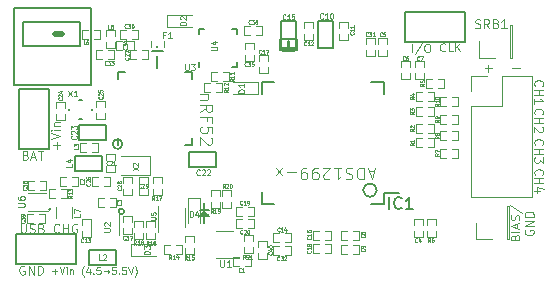
<source format=gto>
G04 #@! TF.FileFunction,Legend,Top*
%FSLAX46Y46*%
G04 Gerber Fmt 4.6, Leading zero omitted, Abs format (unit mm)*
G04 Created by KiCad (PCBNEW 4.0.6) date 09/14/17 18:40:33*
%MOMM*%
%LPD*%
G01*
G04 APERTURE LIST*
%ADD10C,0.150000*%
%ADD11C,0.100000*%
%ADD12C,0.200000*%
%ADD13C,0.125000*%
%ADD14C,0.500000*%
%ADD15C,0.071120*%
%ADD16C,0.127000*%
%ADD17C,0.120000*%
%ADD18C,0.152400*%
%ADD19C,0.250000*%
%ADD20C,0.114300*%
%ADD21C,0.090000*%
%ADD22C,0.060000*%
%ADD23C,0.092000*%
%ADD24C,0.095000*%
%ADD25C,0.070000*%
%ADD26C,0.080000*%
G04 APERTURE END LIST*
D10*
D11*
X266435000Y-143769286D02*
X266435000Y-144376429D01*
X266470715Y-144447857D01*
X266506429Y-144483571D01*
X266577858Y-144519286D01*
X266720715Y-144519286D01*
X266792143Y-144483571D01*
X266827858Y-144447857D01*
X266863572Y-144376429D01*
X266863572Y-143769286D01*
X267185000Y-144483571D02*
X267292143Y-144519286D01*
X267470714Y-144519286D01*
X267542143Y-144483571D01*
X267577857Y-144447857D01*
X267613572Y-144376429D01*
X267613572Y-144305000D01*
X267577857Y-144233571D01*
X267542143Y-144197857D01*
X267470714Y-144162143D01*
X267327857Y-144126429D01*
X267256429Y-144090714D01*
X267220714Y-144055000D01*
X267185000Y-143983571D01*
X267185000Y-143912143D01*
X267220714Y-143840714D01*
X267256429Y-143805000D01*
X267327857Y-143769286D01*
X267506429Y-143769286D01*
X267613572Y-143805000D01*
X268185000Y-144126429D02*
X268292143Y-144162143D01*
X268327858Y-144197857D01*
X268363572Y-144269286D01*
X268363572Y-144376429D01*
X268327858Y-144447857D01*
X268292143Y-144483571D01*
X268220715Y-144519286D01*
X267935000Y-144519286D01*
X267935000Y-143769286D01*
X268185000Y-143769286D01*
X268256429Y-143805000D01*
X268292143Y-143840714D01*
X268327858Y-143912143D01*
X268327858Y-143983571D01*
X268292143Y-144055000D01*
X268256429Y-144090714D01*
X268185000Y-144126429D01*
X267935000Y-144126429D01*
X269685001Y-144447857D02*
X269649287Y-144483571D01*
X269542144Y-144519286D01*
X269470715Y-144519286D01*
X269363572Y-144483571D01*
X269292144Y-144412143D01*
X269256429Y-144340714D01*
X269220715Y-144197857D01*
X269220715Y-144090714D01*
X269256429Y-143947857D01*
X269292144Y-143876429D01*
X269363572Y-143805000D01*
X269470715Y-143769286D01*
X269542144Y-143769286D01*
X269649287Y-143805000D01*
X269685001Y-143840714D01*
X270006429Y-144519286D02*
X270006429Y-143769286D01*
X270006429Y-144126429D02*
X270435001Y-144126429D01*
X270435001Y-144519286D02*
X270435001Y-143769286D01*
X271185001Y-143805000D02*
X271113572Y-143769286D01*
X271006429Y-143769286D01*
X270899286Y-143805000D01*
X270827858Y-143876429D01*
X270792143Y-143947857D01*
X270756429Y-144090714D01*
X270756429Y-144197857D01*
X270792143Y-144340714D01*
X270827858Y-144412143D01*
X270899286Y-144483571D01*
X271006429Y-144519286D01*
X271077858Y-144519286D01*
X271185001Y-144483571D01*
X271220715Y-144447857D01*
X271220715Y-144197857D01*
X271077858Y-144197857D01*
X269074285Y-147772857D02*
X269531428Y-147772857D01*
X269302857Y-148001429D02*
X269302857Y-147544286D01*
X269731428Y-147401429D02*
X269931428Y-148001429D01*
X270131428Y-147401429D01*
X270331428Y-148001429D02*
X270331428Y-147601429D01*
X270331428Y-147401429D02*
X270302857Y-147430000D01*
X270331428Y-147458571D01*
X270360000Y-147430000D01*
X270331428Y-147401429D01*
X270331428Y-147458571D01*
X270617142Y-147601429D02*
X270617142Y-148001429D01*
X270617142Y-147658571D02*
X270645714Y-147630000D01*
X270702856Y-147601429D01*
X270788571Y-147601429D01*
X270845714Y-147630000D01*
X270874285Y-147687143D01*
X270874285Y-148001429D01*
X271788571Y-148230000D02*
X271759999Y-148201429D01*
X271702856Y-148115714D01*
X271674285Y-148058571D01*
X271645714Y-147972857D01*
X271617142Y-147830000D01*
X271617142Y-147715714D01*
X271645714Y-147572857D01*
X271674285Y-147487143D01*
X271702856Y-147430000D01*
X271759999Y-147344286D01*
X271788571Y-147315714D01*
X272274285Y-147601429D02*
X272274285Y-148001429D01*
X272131428Y-147372857D02*
X271988571Y-147801429D01*
X272359999Y-147801429D01*
X272588571Y-147944286D02*
X272617143Y-147972857D01*
X272588571Y-148001429D01*
X272560000Y-147972857D01*
X272588571Y-147944286D01*
X272588571Y-148001429D01*
X273159999Y-147401429D02*
X272874285Y-147401429D01*
X272845714Y-147687143D01*
X272874285Y-147658571D01*
X272931428Y-147630000D01*
X273074285Y-147630000D01*
X273131428Y-147658571D01*
X273159999Y-147687143D01*
X273188571Y-147744286D01*
X273188571Y-147887143D01*
X273159999Y-147944286D01*
X273131428Y-147972857D01*
X273074285Y-148001429D01*
X272931428Y-148001429D01*
X272874285Y-147972857D01*
X272845714Y-147944286D01*
X273445714Y-147772857D02*
X273902857Y-147772857D01*
X273788571Y-147887143D02*
X273902857Y-147772857D01*
X273788571Y-147658571D01*
X274474285Y-147401429D02*
X274188571Y-147401429D01*
X274160000Y-147687143D01*
X274188571Y-147658571D01*
X274245714Y-147630000D01*
X274388571Y-147630000D01*
X274445714Y-147658571D01*
X274474285Y-147687143D01*
X274502857Y-147744286D01*
X274502857Y-147887143D01*
X274474285Y-147944286D01*
X274445714Y-147972857D01*
X274388571Y-148001429D01*
X274245714Y-148001429D01*
X274188571Y-147972857D01*
X274160000Y-147944286D01*
X274760000Y-147944286D02*
X274788572Y-147972857D01*
X274760000Y-148001429D01*
X274731429Y-147972857D01*
X274760000Y-147944286D01*
X274760000Y-148001429D01*
X275331428Y-147401429D02*
X275045714Y-147401429D01*
X275017143Y-147687143D01*
X275045714Y-147658571D01*
X275102857Y-147630000D01*
X275245714Y-147630000D01*
X275302857Y-147658571D01*
X275331428Y-147687143D01*
X275360000Y-147744286D01*
X275360000Y-147887143D01*
X275331428Y-147944286D01*
X275302857Y-147972857D01*
X275245714Y-148001429D01*
X275102857Y-148001429D01*
X275045714Y-147972857D01*
X275017143Y-147944286D01*
X275531429Y-147401429D02*
X275731429Y-148001429D01*
X275931429Y-147401429D01*
X276074286Y-148230000D02*
X276102858Y-148201429D01*
X276160001Y-148115714D01*
X276188572Y-148058571D01*
X276217143Y-147972857D01*
X276245715Y-147830000D01*
X276245715Y-147715714D01*
X276217143Y-147572857D01*
X276188572Y-147487143D01*
X276160001Y-147430000D01*
X276102858Y-147344286D01*
X276074286Y-147315714D01*
X269463571Y-137405000D02*
X269463571Y-136833571D01*
X269749286Y-137119285D02*
X269177857Y-137119285D01*
X268999286Y-136583571D02*
X269749286Y-136333571D01*
X268999286Y-136083571D01*
X269749286Y-135833572D02*
X269249286Y-135833572D01*
X268999286Y-135833572D02*
X269035000Y-135869286D01*
X269070714Y-135833572D01*
X269035000Y-135797857D01*
X268999286Y-135833572D01*
X269070714Y-135833572D01*
X269249286Y-135476429D02*
X269749286Y-135476429D01*
X269320714Y-135476429D02*
X269285000Y-135440714D01*
X269249286Y-135369286D01*
X269249286Y-135262143D01*
X269285000Y-135190714D01*
X269356429Y-135155000D01*
X269749286Y-135155000D01*
X266738572Y-147335000D02*
X266667143Y-147299286D01*
X266560000Y-147299286D01*
X266452857Y-147335000D01*
X266381429Y-147406429D01*
X266345714Y-147477857D01*
X266310000Y-147620714D01*
X266310000Y-147727857D01*
X266345714Y-147870714D01*
X266381429Y-147942143D01*
X266452857Y-148013571D01*
X266560000Y-148049286D01*
X266631429Y-148049286D01*
X266738572Y-148013571D01*
X266774286Y-147977857D01*
X266774286Y-147727857D01*
X266631429Y-147727857D01*
X267095714Y-148049286D02*
X267095714Y-147299286D01*
X267524286Y-148049286D01*
X267524286Y-147299286D01*
X267881428Y-148049286D02*
X267881428Y-147299286D01*
X268060000Y-147299286D01*
X268167143Y-147335000D01*
X268238571Y-147406429D01*
X268274286Y-147477857D01*
X268310000Y-147620714D01*
X268310000Y-147727857D01*
X268274286Y-147870714D01*
X268238571Y-147942143D01*
X268167143Y-148013571D01*
X268060000Y-148049286D01*
X267881428Y-148049286D01*
D12*
X275171107Y-142707500D02*
G75*
G03X275171107Y-142707500I-223607J0D01*
G01*
D11*
X305734286Y-130602857D02*
X306305715Y-130602857D01*
X306020001Y-130884762D02*
X306020001Y-130320952D01*
D12*
X277550000Y-129140000D02*
X278460000Y-129140000D01*
X277980000Y-128770000D02*
X277980000Y-128700000D01*
X278000000Y-130530000D02*
X278000000Y-129530000D01*
D11*
X308018572Y-130568095D02*
X308661429Y-130568095D01*
X309995714Y-139592143D02*
X309960476Y-139556429D01*
X309925238Y-139449286D01*
X309925238Y-139377857D01*
X309960476Y-139270714D01*
X310030952Y-139199286D01*
X310101429Y-139163571D01*
X310242381Y-139127857D01*
X310348095Y-139127857D01*
X310489048Y-139163571D01*
X310559524Y-139199286D01*
X310630000Y-139270714D01*
X310665238Y-139377857D01*
X310665238Y-139449286D01*
X310630000Y-139556429D01*
X310594762Y-139592143D01*
X309925238Y-139913571D02*
X310665238Y-139913571D01*
X310312857Y-139913571D02*
X310312857Y-140342143D01*
X309925238Y-140342143D02*
X310665238Y-140342143D01*
X310418571Y-141020714D02*
X309925238Y-141020714D01*
X310700476Y-140842143D02*
X310171905Y-140663571D01*
X310171905Y-141127857D01*
X309975714Y-137072143D02*
X309940476Y-137036429D01*
X309905238Y-136929286D01*
X309905238Y-136857857D01*
X309940476Y-136750714D01*
X310010952Y-136679286D01*
X310081429Y-136643571D01*
X310222381Y-136607857D01*
X310328095Y-136607857D01*
X310469048Y-136643571D01*
X310539524Y-136679286D01*
X310610000Y-136750714D01*
X310645238Y-136857857D01*
X310645238Y-136929286D01*
X310610000Y-137036429D01*
X310574762Y-137072143D01*
X309905238Y-137393571D02*
X310645238Y-137393571D01*
X310292857Y-137393571D02*
X310292857Y-137822143D01*
X309905238Y-137822143D02*
X310645238Y-137822143D01*
X310645238Y-138107857D02*
X310645238Y-138572143D01*
X310363333Y-138322143D01*
X310363333Y-138429285D01*
X310328095Y-138500714D01*
X310292857Y-138536428D01*
X310222381Y-138572143D01*
X310046190Y-138572143D01*
X309975714Y-138536428D01*
X309940476Y-138500714D01*
X309905238Y-138429285D01*
X309905238Y-138215000D01*
X309940476Y-138143571D01*
X309975714Y-138107857D01*
X299576668Y-129216667D02*
X299576668Y-128516667D01*
X300410001Y-128483333D02*
X299810001Y-129383333D01*
X300776667Y-128516667D02*
X300910000Y-128516667D01*
X300976667Y-128550000D01*
X301043334Y-128616667D01*
X301076667Y-128750000D01*
X301076667Y-128983333D01*
X301043334Y-129116667D01*
X300976667Y-129183333D01*
X300910000Y-129216667D01*
X300776667Y-129216667D01*
X300710000Y-129183333D01*
X300643334Y-129116667D01*
X300610000Y-128983333D01*
X300610000Y-128750000D01*
X300643334Y-128616667D01*
X300710000Y-128550000D01*
X300776667Y-128516667D01*
D12*
X265900000Y-132000000D02*
X265900000Y-125500000D01*
X272400000Y-132000000D02*
X265900000Y-132000000D01*
X272400000Y-125500000D02*
X272400000Y-132000000D01*
X265900000Y-125500000D02*
X272400000Y-125500000D01*
X281977500Y-142922500D02*
X282077500Y-143022500D01*
X281877500Y-142922500D02*
X281877500Y-143022500D01*
D10*
X281977500Y-143722500D02*
X281977500Y-142022500D01*
X281577500Y-142622500D02*
X282377500Y-142622500D01*
D12*
X282377500Y-143122500D02*
X281977500Y-142722500D01*
X281577500Y-143122500D02*
X281977500Y-142722500D01*
X282377500Y-143122500D02*
X281577500Y-143122500D01*
D13*
X296367857Y-139283333D02*
X295891666Y-139283333D01*
X296463095Y-138997619D02*
X296129762Y-139997619D01*
X295796428Y-138997619D01*
X295463095Y-138997619D02*
X295463095Y-139997619D01*
X295225000Y-139997619D01*
X295082142Y-139950000D01*
X294986904Y-139854762D01*
X294939285Y-139759524D01*
X294891666Y-139569048D01*
X294891666Y-139426190D01*
X294939285Y-139235714D01*
X294986904Y-139140476D01*
X295082142Y-139045238D01*
X295225000Y-138997619D01*
X295463095Y-138997619D01*
X294510714Y-139045238D02*
X294367857Y-138997619D01*
X294129761Y-138997619D01*
X294034523Y-139045238D01*
X293986904Y-139092857D01*
X293939285Y-139188095D01*
X293939285Y-139283333D01*
X293986904Y-139378571D01*
X294034523Y-139426190D01*
X294129761Y-139473810D01*
X294320238Y-139521429D01*
X294415476Y-139569048D01*
X294463095Y-139616667D01*
X294510714Y-139711905D01*
X294510714Y-139807143D01*
X294463095Y-139902381D01*
X294415476Y-139950000D01*
X294320238Y-139997619D01*
X294082142Y-139997619D01*
X293939285Y-139950000D01*
X292986904Y-138997619D02*
X293558333Y-138997619D01*
X293272619Y-138997619D02*
X293272619Y-139997619D01*
X293367857Y-139854762D01*
X293463095Y-139759524D01*
X293558333Y-139711905D01*
X292605952Y-139902381D02*
X292558333Y-139950000D01*
X292463095Y-139997619D01*
X292224999Y-139997619D01*
X292129761Y-139950000D01*
X292082142Y-139902381D01*
X292034523Y-139807143D01*
X292034523Y-139711905D01*
X292082142Y-139569048D01*
X292653571Y-138997619D01*
X292034523Y-138997619D01*
X291558333Y-138997619D02*
X291367857Y-138997619D01*
X291272618Y-139045238D01*
X291224999Y-139092857D01*
X291129761Y-139235714D01*
X291082142Y-139426190D01*
X291082142Y-139807143D01*
X291129761Y-139902381D01*
X291177380Y-139950000D01*
X291272618Y-139997619D01*
X291463095Y-139997619D01*
X291558333Y-139950000D01*
X291605952Y-139902381D01*
X291653571Y-139807143D01*
X291653571Y-139569048D01*
X291605952Y-139473810D01*
X291558333Y-139426190D01*
X291463095Y-139378571D01*
X291272618Y-139378571D01*
X291177380Y-139426190D01*
X291129761Y-139473810D01*
X291082142Y-139569048D01*
X290605952Y-138997619D02*
X290415476Y-138997619D01*
X290320237Y-139045238D01*
X290272618Y-139092857D01*
X290177380Y-139235714D01*
X290129761Y-139426190D01*
X290129761Y-139807143D01*
X290177380Y-139902381D01*
X290224999Y-139950000D01*
X290320237Y-139997619D01*
X290510714Y-139997619D01*
X290605952Y-139950000D01*
X290653571Y-139902381D01*
X290701190Y-139807143D01*
X290701190Y-139569048D01*
X290653571Y-139473810D01*
X290605952Y-139426190D01*
X290510714Y-139378571D01*
X290320237Y-139378571D01*
X290224999Y-139426190D01*
X290177380Y-139473810D01*
X290129761Y-139569048D01*
X289701190Y-139378571D02*
X288939285Y-139378571D01*
X288558333Y-138997619D02*
X288034523Y-139664286D01*
X288558333Y-139664286D02*
X288034523Y-138997619D01*
X282314286Y-132804762D02*
X281647619Y-132804762D01*
X282219048Y-132804762D02*
X282266667Y-132852381D01*
X282314286Y-132947619D01*
X282314286Y-133090477D01*
X282266667Y-133185715D01*
X282171429Y-133233334D01*
X281647619Y-133233334D01*
X281647619Y-134280953D02*
X282123810Y-133947619D01*
X281647619Y-133709524D02*
X282647619Y-133709524D01*
X282647619Y-134090477D01*
X282600000Y-134185715D01*
X282552381Y-134233334D01*
X282457143Y-134280953D01*
X282314286Y-134280953D01*
X282219048Y-134233334D01*
X282171429Y-134185715D01*
X282123810Y-134090477D01*
X282123810Y-133709524D01*
X282171429Y-135042858D02*
X282171429Y-134709524D01*
X281647619Y-134709524D02*
X282647619Y-134709524D01*
X282647619Y-135185715D01*
X282647619Y-136042858D02*
X282647619Y-135566667D01*
X282171429Y-135519048D01*
X282219048Y-135566667D01*
X282266667Y-135661905D01*
X282266667Y-135900001D01*
X282219048Y-135995239D01*
X282171429Y-136042858D01*
X282076190Y-136090477D01*
X281838095Y-136090477D01*
X281742857Y-136042858D01*
X281695238Y-135995239D01*
X281647619Y-135900001D01*
X281647619Y-135661905D01*
X281695238Y-135566667D01*
X281742857Y-135519048D01*
X282552381Y-136471429D02*
X282600000Y-136519048D01*
X282647619Y-136614286D01*
X282647619Y-136852382D01*
X282600000Y-136947620D01*
X282552381Y-136995239D01*
X282457143Y-137042858D01*
X282361905Y-137042858D01*
X282219048Y-136995239D01*
X281647619Y-136423810D01*
X281647619Y-137042858D01*
D11*
X308272143Y-144916429D02*
X308307381Y-144809286D01*
X308342619Y-144773571D01*
X308413095Y-144737857D01*
X308518810Y-144737857D01*
X308589286Y-144773571D01*
X308624524Y-144809286D01*
X308659762Y-144880714D01*
X308659762Y-145166429D01*
X307919762Y-145166429D01*
X307919762Y-144916429D01*
X307955000Y-144845000D01*
X307990238Y-144809286D01*
X308060714Y-144773571D01*
X308131190Y-144773571D01*
X308201667Y-144809286D01*
X308236905Y-144845000D01*
X308272143Y-144916429D01*
X308272143Y-145166429D01*
X308659762Y-144416429D02*
X307919762Y-144416429D01*
X308448333Y-144095000D02*
X308448333Y-143737857D01*
X308659762Y-144166428D02*
X307919762Y-143916428D01*
X308659762Y-143666428D01*
X308624524Y-143452143D02*
X308659762Y-143345000D01*
X308659762Y-143166429D01*
X308624524Y-143095000D01*
X308589286Y-143059286D01*
X308518810Y-143023571D01*
X308448333Y-143023571D01*
X308377857Y-143059286D01*
X308342619Y-143095000D01*
X308307381Y-143166429D01*
X308272143Y-143309286D01*
X308236905Y-143380714D01*
X308201667Y-143416429D01*
X308131190Y-143452143D01*
X308060714Y-143452143D01*
X307990238Y-143416429D01*
X307955000Y-143380714D01*
X307919762Y-143309286D01*
X307919762Y-143130714D01*
X307955000Y-143023571D01*
X307884524Y-142166428D02*
X308835952Y-142809285D01*
X309165000Y-144291428D02*
X309129762Y-144362857D01*
X309129762Y-144470000D01*
X309165000Y-144577143D01*
X309235476Y-144648571D01*
X309305952Y-144684286D01*
X309446905Y-144720000D01*
X309552619Y-144720000D01*
X309693571Y-144684286D01*
X309764048Y-144648571D01*
X309834524Y-144577143D01*
X309869762Y-144470000D01*
X309869762Y-144398571D01*
X309834524Y-144291428D01*
X309799286Y-144255714D01*
X309552619Y-144255714D01*
X309552619Y-144398571D01*
X309869762Y-143934286D02*
X309129762Y-143934286D01*
X309869762Y-143505714D01*
X309129762Y-143505714D01*
X309869762Y-143148572D02*
X309129762Y-143148572D01*
X309129762Y-142970000D01*
X309165000Y-142862857D01*
X309235476Y-142791429D01*
X309305952Y-142755714D01*
X309446905Y-142720000D01*
X309552619Y-142720000D01*
X309693571Y-142755714D01*
X309764048Y-142791429D01*
X309834524Y-142862857D01*
X309869762Y-142970000D01*
X309869762Y-143148572D01*
X309975714Y-134492143D02*
X309940476Y-134456429D01*
X309905238Y-134349286D01*
X309905238Y-134277857D01*
X309940476Y-134170714D01*
X310010952Y-134099286D01*
X310081429Y-134063571D01*
X310222381Y-134027857D01*
X310328095Y-134027857D01*
X310469048Y-134063571D01*
X310539524Y-134099286D01*
X310610000Y-134170714D01*
X310645238Y-134277857D01*
X310645238Y-134349286D01*
X310610000Y-134456429D01*
X310574762Y-134492143D01*
X309905238Y-134813571D02*
X310645238Y-134813571D01*
X310292857Y-134813571D02*
X310292857Y-135242143D01*
X309905238Y-135242143D02*
X310645238Y-135242143D01*
X310574762Y-135563571D02*
X310610000Y-135599285D01*
X310645238Y-135670714D01*
X310645238Y-135849285D01*
X310610000Y-135920714D01*
X310574762Y-135956428D01*
X310504286Y-135992143D01*
X310433810Y-135992143D01*
X310328095Y-135956428D01*
X309905238Y-135527857D01*
X309905238Y-135992143D01*
X304918571Y-127139524D02*
X305025714Y-127174762D01*
X305204285Y-127174762D01*
X305275714Y-127139524D01*
X305311428Y-127104286D01*
X305347143Y-127033810D01*
X305347143Y-126963333D01*
X305311428Y-126892857D01*
X305275714Y-126857619D01*
X305204285Y-126822381D01*
X305061428Y-126787143D01*
X304990000Y-126751905D01*
X304954285Y-126716667D01*
X304918571Y-126646190D01*
X304918571Y-126575714D01*
X304954285Y-126505238D01*
X304990000Y-126470000D01*
X305061428Y-126434762D01*
X305240000Y-126434762D01*
X305347143Y-126470000D01*
X306097143Y-127174762D02*
X305847143Y-126822381D01*
X305668571Y-127174762D02*
X305668571Y-126434762D01*
X305954286Y-126434762D01*
X306025714Y-126470000D01*
X306061429Y-126505238D01*
X306097143Y-126575714D01*
X306097143Y-126681429D01*
X306061429Y-126751905D01*
X306025714Y-126787143D01*
X305954286Y-126822381D01*
X305668571Y-126822381D01*
X306668571Y-126787143D02*
X306775714Y-126822381D01*
X306811429Y-126857619D01*
X306847143Y-126928095D01*
X306847143Y-127033810D01*
X306811429Y-127104286D01*
X306775714Y-127139524D01*
X306704286Y-127174762D01*
X306418571Y-127174762D01*
X306418571Y-126434762D01*
X306668571Y-126434762D01*
X306740000Y-126470000D01*
X306775714Y-126505238D01*
X306811429Y-126575714D01*
X306811429Y-126646190D01*
X306775714Y-126716667D01*
X306740000Y-126751905D01*
X306668571Y-126787143D01*
X306418571Y-126787143D01*
X307561429Y-127174762D02*
X307132857Y-127174762D01*
X307347143Y-127174762D02*
X307347143Y-126434762D01*
X307275714Y-126540476D01*
X307204286Y-126610952D01*
X307132857Y-126646190D01*
X309975714Y-132082143D02*
X309940476Y-132046429D01*
X309905238Y-131939286D01*
X309905238Y-131867857D01*
X309940476Y-131760714D01*
X310010952Y-131689286D01*
X310081429Y-131653571D01*
X310222381Y-131617857D01*
X310328095Y-131617857D01*
X310469048Y-131653571D01*
X310539524Y-131689286D01*
X310610000Y-131760714D01*
X310645238Y-131867857D01*
X310645238Y-131939286D01*
X310610000Y-132046429D01*
X310574762Y-132082143D01*
X309905238Y-132403571D02*
X310645238Y-132403571D01*
X310292857Y-132403571D02*
X310292857Y-132832143D01*
X309905238Y-132832143D02*
X310645238Y-132832143D01*
X309905238Y-133582143D02*
X309905238Y-133153571D01*
X309905238Y-133367857D02*
X310645238Y-133367857D01*
X310539524Y-133296428D01*
X310469048Y-133225000D01*
X310433810Y-133153571D01*
D12*
X296570088Y-140900000D02*
G75*
G03X296570088Y-140900000I-570088J0D01*
G01*
X275033113Y-137010000D02*
G75*
G03X275033113Y-137010000I-403113J0D01*
G01*
D11*
X302363334Y-129100000D02*
X302330000Y-129133333D01*
X302230000Y-129166667D01*
X302163334Y-129166667D01*
X302063334Y-129133333D01*
X301996667Y-129066667D01*
X301963334Y-129000000D01*
X301930000Y-128866667D01*
X301930000Y-128766667D01*
X301963334Y-128633333D01*
X301996667Y-128566667D01*
X302063334Y-128500000D01*
X302163334Y-128466667D01*
X302230000Y-128466667D01*
X302330000Y-128500000D01*
X302363334Y-128533333D01*
X302996667Y-129166667D02*
X302663334Y-129166667D01*
X302663334Y-128466667D01*
X303230001Y-129166667D02*
X303230001Y-128466667D01*
X303630001Y-129166667D02*
X303330001Y-128766667D01*
X303630001Y-128466667D02*
X303230001Y-128866667D01*
X266858428Y-137920429D02*
X266965571Y-137956143D01*
X267001286Y-137991857D01*
X267037000Y-138063286D01*
X267037000Y-138170429D01*
X267001286Y-138241857D01*
X266965571Y-138277571D01*
X266894143Y-138313286D01*
X266608428Y-138313286D01*
X266608428Y-137563286D01*
X266858428Y-137563286D01*
X266929857Y-137599000D01*
X266965571Y-137634714D01*
X267001286Y-137706143D01*
X267001286Y-137777571D01*
X266965571Y-137849000D01*
X266929857Y-137884714D01*
X266858428Y-137920429D01*
X266608428Y-137920429D01*
X267322714Y-138099000D02*
X267679857Y-138099000D01*
X267251286Y-138313286D02*
X267501286Y-137563286D01*
X267751286Y-138313286D01*
X267894143Y-137563286D02*
X268322714Y-137563286D01*
X268108428Y-138313286D02*
X268108428Y-137563286D01*
D14*
X269900000Y-127673000D02*
X269320000Y-127673000D01*
D15*
X274011500Y-142343500D02*
X274519500Y-142343500D01*
X274519500Y-142343500D02*
X274519500Y-141581500D01*
X274519500Y-141581500D02*
X274011500Y-141581500D01*
X273503500Y-142343500D02*
X272995500Y-142343500D01*
X272995500Y-142343500D02*
X272995500Y-141581500D01*
X272995500Y-141581500D02*
X273503500Y-141581500D01*
X271576500Y-144366500D02*
X271576500Y-144874500D01*
X271576500Y-144874500D02*
X272338500Y-144874500D01*
X272338500Y-144874500D02*
X272338500Y-144366500D01*
X271576500Y-143858500D02*
X271576500Y-143350500D01*
X271576500Y-143350500D02*
X272338500Y-143350500D01*
X272338500Y-143350500D02*
X272338500Y-143858500D01*
D16*
X272214500Y-145977500D02*
X274500500Y-145977500D01*
X274500500Y-145977500D02*
X274500500Y-147247500D01*
X274500500Y-147247500D02*
X272214500Y-147247500D01*
X272214500Y-147247500D02*
X272214500Y-145977500D01*
D17*
X274717500Y-144712500D02*
X274717500Y-142812500D01*
X272397500Y-143312500D02*
X272397500Y-144712500D01*
X274717500Y-144712500D02*
X274717500Y-142812500D01*
X272397500Y-143312500D02*
X272397500Y-144712500D01*
D16*
X272214500Y-145977500D02*
X274500500Y-145977500D01*
X274500500Y-145977500D02*
X274500500Y-147247500D01*
X274500500Y-147247500D02*
X272214500Y-147247500D01*
X272214500Y-147247500D02*
X272214500Y-145977500D01*
D15*
X271576500Y-144366500D02*
X271576500Y-144874500D01*
X271576500Y-144874500D02*
X272338500Y-144874500D01*
X272338500Y-144874500D02*
X272338500Y-144366500D01*
X271576500Y-143858500D02*
X271576500Y-143350500D01*
X271576500Y-143350500D02*
X272338500Y-143350500D01*
X272338500Y-143350500D02*
X272338500Y-143858500D01*
X274011500Y-142343500D02*
X274519500Y-142343500D01*
X274519500Y-142343500D02*
X274519500Y-141581500D01*
X274519500Y-141581500D02*
X274011500Y-141581500D01*
X273503500Y-142343500D02*
X272995500Y-142343500D01*
X272995500Y-142343500D02*
X272995500Y-141581500D01*
X272995500Y-141581500D02*
X273503500Y-141581500D01*
X284896000Y-146599000D02*
X284388000Y-146599000D01*
X284388000Y-146599000D02*
X284388000Y-147361000D01*
X284388000Y-147361000D02*
X284896000Y-147361000D01*
X285404000Y-146599000D02*
X285912000Y-146599000D01*
X285912000Y-146599000D02*
X285912000Y-147361000D01*
X285912000Y-147361000D02*
X285404000Y-147361000D01*
X286499000Y-146204000D02*
X286499000Y-146712000D01*
X286499000Y-146712000D02*
X287261000Y-146712000D01*
X287261000Y-146712000D02*
X287261000Y-146204000D01*
X286499000Y-145696000D02*
X286499000Y-145188000D01*
X286499000Y-145188000D02*
X287261000Y-145188000D01*
X287261000Y-145188000D02*
X287261000Y-145696000D01*
X285309000Y-145754000D02*
X285309000Y-146262000D01*
X285309000Y-146262000D02*
X286071000Y-146262000D01*
X286071000Y-146262000D02*
X286071000Y-145754000D01*
X285309000Y-145246000D02*
X285309000Y-144738000D01*
X285309000Y-144738000D02*
X286071000Y-144738000D01*
X286071000Y-144738000D02*
X286071000Y-145246000D01*
X273454000Y-140581000D02*
X273962000Y-140581000D01*
X273962000Y-140581000D02*
X273962000Y-139819000D01*
X273962000Y-139819000D02*
X273454000Y-139819000D01*
X272946000Y-140581000D02*
X272438000Y-140581000D01*
X272438000Y-140581000D02*
X272438000Y-139819000D01*
X272438000Y-139819000D02*
X272946000Y-139819000D01*
D18*
X268805000Y-137420000D02*
X266265000Y-137420000D01*
X266265000Y-137420000D02*
X266265000Y-132340000D01*
X266265000Y-132340000D02*
X268805000Y-132340000D01*
X268805000Y-132340000D02*
X268805000Y-137420000D01*
D15*
X268094000Y-140931000D02*
X268602000Y-140931000D01*
X268602000Y-140931000D02*
X268602000Y-140169000D01*
X268602000Y-140169000D02*
X268094000Y-140169000D01*
X267586000Y-140931000D02*
X267078000Y-140931000D01*
X267078000Y-140931000D02*
X267078000Y-140169000D01*
X267078000Y-140169000D02*
X267586000Y-140169000D01*
X270246000Y-139829000D02*
X269738000Y-139829000D01*
X269738000Y-139829000D02*
X269738000Y-140591000D01*
X269738000Y-140591000D02*
X270246000Y-140591000D01*
X270754000Y-139829000D02*
X271262000Y-139829000D01*
X271262000Y-139829000D02*
X271262000Y-140591000D01*
X271262000Y-140591000D02*
X270754000Y-140591000D01*
X267994000Y-143671000D02*
X268502000Y-143671000D01*
X268502000Y-143671000D02*
X268502000Y-142909000D01*
X268502000Y-142909000D02*
X267994000Y-142909000D01*
X267486000Y-143671000D02*
X266978000Y-143671000D01*
X266978000Y-143671000D02*
X266978000Y-142909000D01*
X266978000Y-142909000D02*
X267486000Y-142909000D01*
X269346000Y-140799000D02*
X268838000Y-140799000D01*
X268838000Y-140799000D02*
X268838000Y-141561000D01*
X268838000Y-141561000D02*
X269346000Y-141561000D01*
X269854000Y-140799000D02*
X270362000Y-140799000D01*
X270362000Y-140799000D02*
X270362000Y-141561000D01*
X270362000Y-141561000D02*
X269854000Y-141561000D01*
X277599000Y-140814000D02*
X277599000Y-141322000D01*
X277599000Y-141322000D02*
X278361000Y-141322000D01*
X278361000Y-141322000D02*
X278361000Y-140814000D01*
X277599000Y-140306000D02*
X277599000Y-139798000D01*
X277599000Y-139798000D02*
X278361000Y-139798000D01*
X278361000Y-139798000D02*
X278361000Y-140306000D01*
X279604000Y-146271000D02*
X280112000Y-146271000D01*
X280112000Y-146271000D02*
X280112000Y-145509000D01*
X280112000Y-145509000D02*
X279604000Y-145509000D01*
X279096000Y-146271000D02*
X278588000Y-146271000D01*
X278588000Y-146271000D02*
X278588000Y-145509000D01*
X278588000Y-145509000D02*
X279096000Y-145509000D01*
X277841000Y-144046000D02*
X277841000Y-143538000D01*
X277841000Y-143538000D02*
X277079000Y-143538000D01*
X277079000Y-143538000D02*
X277079000Y-144046000D01*
X277841000Y-144554000D02*
X277841000Y-145062000D01*
X277841000Y-145062000D02*
X277079000Y-145062000D01*
X277079000Y-145062000D02*
X277079000Y-144554000D01*
X280339000Y-145824000D02*
X280339000Y-146332000D01*
X280339000Y-146332000D02*
X281101000Y-146332000D01*
X281101000Y-146332000D02*
X281101000Y-145824000D01*
X280339000Y-145316000D02*
X280339000Y-144808000D01*
X280339000Y-144808000D02*
X281101000Y-144808000D01*
X281101000Y-144808000D02*
X281101000Y-145316000D01*
X276049000Y-144554000D02*
X276049000Y-145062000D01*
X276049000Y-145062000D02*
X276811000Y-145062000D01*
X276811000Y-145062000D02*
X276811000Y-144554000D01*
X276049000Y-144046000D02*
X276049000Y-143538000D01*
X276049000Y-143538000D02*
X276811000Y-143538000D01*
X276811000Y-143538000D02*
X276811000Y-144046000D01*
D17*
X281580000Y-141600000D02*
X280580000Y-141600000D01*
X280580000Y-141600000D02*
X280580000Y-143700000D01*
X281580000Y-141600000D02*
X281580000Y-143700000D01*
X275785000Y-145505000D02*
X275785000Y-146505000D01*
X275785000Y-146505000D02*
X277885000Y-146505000D01*
X275785000Y-145505000D02*
X277885000Y-145505000D01*
X278835000Y-126055000D02*
X278835000Y-127055000D01*
X278835000Y-127055000D02*
X280935000Y-127055000D01*
X278835000Y-126055000D02*
X280935000Y-126055000D01*
D15*
X284266000Y-141376000D02*
X284266000Y-140868000D01*
X284266000Y-140868000D02*
X283504000Y-140868000D01*
X283504000Y-140868000D02*
X283504000Y-141376000D01*
X284266000Y-141884000D02*
X284266000Y-142392000D01*
X284266000Y-142392000D02*
X283504000Y-142392000D01*
X283504000Y-142392000D02*
X283504000Y-141884000D01*
X282554000Y-141884000D02*
X282554000Y-142392000D01*
X282554000Y-142392000D02*
X283316000Y-142392000D01*
X283316000Y-142392000D02*
X283316000Y-141884000D01*
X282554000Y-141376000D02*
X282554000Y-140868000D01*
X282554000Y-140868000D02*
X283316000Y-140868000D01*
X283316000Y-140868000D02*
X283316000Y-141376000D01*
X273689000Y-138854000D02*
X273689000Y-139362000D01*
X273689000Y-139362000D02*
X274451000Y-139362000D01*
X274451000Y-139362000D02*
X274451000Y-138854000D01*
X273689000Y-138346000D02*
X273689000Y-137838000D01*
X273689000Y-137838000D02*
X274451000Y-137838000D01*
X274451000Y-137838000D02*
X274451000Y-138346000D01*
D10*
X284740000Y-130450000D02*
X284340000Y-130450000D01*
X284740000Y-130450000D02*
X284740000Y-130050000D01*
X284740000Y-127250000D02*
X284340000Y-127250000D01*
X284740000Y-127250000D02*
X284740000Y-127650000D01*
X281540000Y-127250000D02*
X281940000Y-127250000D01*
X281540000Y-127250000D02*
X281540000Y-127650000D01*
X281540000Y-130450000D02*
X281540000Y-130050000D01*
D15*
X283004000Y-132591000D02*
X283512000Y-132591000D01*
X283512000Y-132591000D02*
X283512000Y-131829000D01*
X283512000Y-131829000D02*
X283004000Y-131829000D01*
X282496000Y-132591000D02*
X281988000Y-132591000D01*
X281988000Y-132591000D02*
X281988000Y-131829000D01*
X281988000Y-131829000D02*
X282496000Y-131829000D01*
X283524000Y-131651000D02*
X284032000Y-131651000D01*
X284032000Y-131651000D02*
X284032000Y-130889000D01*
X284032000Y-130889000D02*
X283524000Y-130889000D01*
X283016000Y-131651000D02*
X282508000Y-131651000D01*
X282508000Y-131651000D02*
X282508000Y-130889000D01*
X282508000Y-130889000D02*
X283016000Y-130889000D01*
X285846000Y-126979000D02*
X285338000Y-126979000D01*
X285338000Y-126979000D02*
X285338000Y-127741000D01*
X285338000Y-127741000D02*
X285846000Y-127741000D01*
X286354000Y-126979000D02*
X286862000Y-126979000D01*
X286862000Y-126979000D02*
X286862000Y-127741000D01*
X286862000Y-127741000D02*
X286354000Y-127741000D01*
X286161000Y-128926000D02*
X286161000Y-128418000D01*
X286161000Y-128418000D02*
X285399000Y-128418000D01*
X285399000Y-128418000D02*
X285399000Y-128926000D01*
X286161000Y-129434000D02*
X286161000Y-129942000D01*
X286161000Y-129942000D02*
X285399000Y-129942000D01*
X285399000Y-129942000D02*
X285399000Y-129434000D01*
D17*
X277470000Y-128250000D02*
X277470000Y-128750000D01*
X278530000Y-128750000D02*
X278530000Y-128250000D01*
D15*
X275534000Y-129001000D02*
X276042000Y-129001000D01*
X276042000Y-129001000D02*
X276042000Y-128239000D01*
X276042000Y-128239000D02*
X275534000Y-128239000D01*
X275026000Y-129001000D02*
X274518000Y-129001000D01*
X274518000Y-129001000D02*
X274518000Y-128239000D01*
X274518000Y-128239000D02*
X275026000Y-128239000D01*
X273346000Y-129069000D02*
X272838000Y-129069000D01*
X272838000Y-129069000D02*
X272838000Y-129831000D01*
X272838000Y-129831000D02*
X273346000Y-129831000D01*
X273854000Y-129069000D02*
X274362000Y-129069000D01*
X274362000Y-129069000D02*
X274362000Y-129831000D01*
X274362000Y-129831000D02*
X273854000Y-129831000D01*
X302446000Y-134549000D02*
X301938000Y-134549000D01*
X301938000Y-134549000D02*
X301938000Y-135311000D01*
X301938000Y-135311000D02*
X302446000Y-135311000D01*
X302954000Y-134549000D02*
X303462000Y-134549000D01*
X303462000Y-134549000D02*
X303462000Y-135311000D01*
X303462000Y-135311000D02*
X302954000Y-135311000D01*
X302446000Y-137389000D02*
X301938000Y-137389000D01*
X301938000Y-137389000D02*
X301938000Y-138151000D01*
X301938000Y-138151000D02*
X302446000Y-138151000D01*
X302954000Y-137389000D02*
X303462000Y-137389000D01*
X303462000Y-137389000D02*
X303462000Y-138151000D01*
X303462000Y-138151000D02*
X302954000Y-138151000D01*
X302436000Y-135919000D02*
X301928000Y-135919000D01*
X301928000Y-135919000D02*
X301928000Y-136681000D01*
X301928000Y-136681000D02*
X302436000Y-136681000D01*
X302944000Y-135919000D02*
X303452000Y-135919000D01*
X303452000Y-135919000D02*
X303452000Y-136681000D01*
X303452000Y-136681000D02*
X302944000Y-136681000D01*
X302446000Y-132994000D02*
X301938000Y-132994000D01*
X301938000Y-132994000D02*
X301938000Y-133756000D01*
X301938000Y-133756000D02*
X302446000Y-133756000D01*
X302954000Y-132994000D02*
X303462000Y-132994000D01*
X303462000Y-132994000D02*
X303462000Y-133756000D01*
X303462000Y-133756000D02*
X302954000Y-133756000D01*
D17*
X307870000Y-129690000D02*
X307990000Y-129690000D01*
X307990000Y-129690000D02*
X307990000Y-126910000D01*
X307990000Y-126910000D02*
X307870000Y-126910000D01*
X307870000Y-126910000D02*
X307870000Y-129690000D01*
X306600000Y-129690000D02*
X305210000Y-129690000D01*
X305210000Y-129690000D02*
X305210000Y-128300000D01*
D10*
X289800000Y-129000000D02*
X288450000Y-129000000D01*
X289800000Y-128100000D02*
X289800000Y-128950000D01*
X288400000Y-128150000D02*
X288400000Y-129000000D01*
X288500000Y-128100000D02*
X289650000Y-128100000D01*
X288600000Y-129100000D02*
X289550000Y-129100000D01*
X288550000Y-129000000D02*
X289650000Y-129000000D01*
X288500000Y-128150000D02*
X289700000Y-128150000D01*
D19*
X289100000Y-128800000D02*
X289100000Y-128300000D01*
D16*
X288465000Y-128893000D02*
X288465000Y-126607000D01*
X288465000Y-126607000D02*
X289735000Y-126607000D01*
X289735000Y-126607000D02*
X289735000Y-128893000D01*
X289735000Y-128893000D02*
X288465000Y-128893000D01*
D18*
X304030000Y-125790000D02*
X304030000Y-128330000D01*
X304030000Y-128330000D02*
X298950000Y-128330000D01*
X298950000Y-128330000D02*
X298950000Y-125790000D01*
X298950000Y-125790000D02*
X304030000Y-125790000D01*
D15*
X297456000Y-128571000D02*
X297456000Y-128063000D01*
X297456000Y-128063000D02*
X296694000Y-128063000D01*
X296694000Y-128063000D02*
X296694000Y-128571000D01*
X297456000Y-129079000D02*
X297456000Y-129587000D01*
X297456000Y-129587000D02*
X296694000Y-129587000D01*
X296694000Y-129587000D02*
X296694000Y-129079000D01*
D10*
X297175000Y-142075000D02*
X297175000Y-141125000D01*
X286825000Y-142075000D02*
X286825000Y-141025000D01*
X286825000Y-131725000D02*
X286825000Y-132775000D01*
X297175000Y-131725000D02*
X297175000Y-132775000D01*
X297175000Y-142075000D02*
X296125000Y-142075000D01*
X297175000Y-131725000D02*
X296125000Y-131725000D01*
X286825000Y-131725000D02*
X287875000Y-131725000D01*
X286825000Y-142075000D02*
X287875000Y-142075000D01*
X297175000Y-141125000D02*
X298450000Y-141125000D01*
D15*
X288296000Y-144569000D02*
X287788000Y-144569000D01*
X287788000Y-144569000D02*
X287788000Y-145331000D01*
X287788000Y-145331000D02*
X288296000Y-145331000D01*
X288804000Y-144569000D02*
X289312000Y-144569000D01*
X289312000Y-144569000D02*
X289312000Y-145331000D01*
X289312000Y-145331000D02*
X288804000Y-145331000D01*
X288296000Y-145619000D02*
X287788000Y-145619000D01*
X287788000Y-145619000D02*
X287788000Y-146381000D01*
X287788000Y-146381000D02*
X288296000Y-146381000D01*
X288804000Y-145619000D02*
X289312000Y-145619000D01*
X289312000Y-145619000D02*
X289312000Y-146381000D01*
X289312000Y-146381000D02*
X288804000Y-146381000D01*
X290419000Y-127654000D02*
X290419000Y-128162000D01*
X290419000Y-128162000D02*
X291181000Y-128162000D01*
X291181000Y-128162000D02*
X291181000Y-127654000D01*
X290419000Y-127146000D02*
X290419000Y-126638000D01*
X290419000Y-126638000D02*
X291181000Y-126638000D01*
X291181000Y-126638000D02*
X291181000Y-127146000D01*
X296406000Y-128571000D02*
X296406000Y-128063000D01*
X296406000Y-128063000D02*
X295644000Y-128063000D01*
X295644000Y-128063000D02*
X295644000Y-128571000D01*
X296406000Y-129079000D02*
X296406000Y-129587000D01*
X296406000Y-129587000D02*
X295644000Y-129587000D01*
X295644000Y-129587000D02*
X295644000Y-129079000D01*
X285146000Y-142294000D02*
X284638000Y-142294000D01*
X284638000Y-142294000D02*
X284638000Y-143056000D01*
X284638000Y-143056000D02*
X285146000Y-143056000D01*
X285654000Y-142294000D02*
X286162000Y-142294000D01*
X286162000Y-142294000D02*
X286162000Y-143056000D01*
X286162000Y-143056000D02*
X285654000Y-143056000D01*
X301221000Y-131494000D02*
X300713000Y-131494000D01*
X300713000Y-131494000D02*
X300713000Y-132256000D01*
X300713000Y-132256000D02*
X301221000Y-132256000D01*
X301729000Y-131494000D02*
X302237000Y-131494000D01*
X302237000Y-131494000D02*
X302237000Y-132256000D01*
X302237000Y-132256000D02*
X301729000Y-132256000D01*
X285654000Y-144131000D02*
X286162000Y-144131000D01*
X286162000Y-144131000D02*
X286162000Y-143369000D01*
X286162000Y-143369000D02*
X285654000Y-143369000D01*
X285146000Y-144131000D02*
X284638000Y-144131000D01*
X284638000Y-144131000D02*
X284638000Y-143369000D01*
X284638000Y-143369000D02*
X285146000Y-143369000D01*
X291696000Y-145469000D02*
X291188000Y-145469000D01*
X291188000Y-145469000D02*
X291188000Y-146231000D01*
X291188000Y-146231000D02*
X291696000Y-146231000D01*
X292204000Y-145469000D02*
X292712000Y-145469000D01*
X292712000Y-145469000D02*
X292712000Y-146231000D01*
X292712000Y-146231000D02*
X292204000Y-146231000D01*
X291696000Y-144344000D02*
X291188000Y-144344000D01*
X291188000Y-144344000D02*
X291188000Y-145106000D01*
X291188000Y-145106000D02*
X291696000Y-145106000D01*
X292204000Y-144344000D02*
X292712000Y-144344000D01*
X292712000Y-144344000D02*
X292712000Y-145106000D01*
X292712000Y-145106000D02*
X292204000Y-145106000D01*
X294554000Y-146281000D02*
X295062000Y-146281000D01*
X295062000Y-146281000D02*
X295062000Y-145519000D01*
X295062000Y-145519000D02*
X294554000Y-145519000D01*
X294046000Y-146281000D02*
X293538000Y-146281000D01*
X293538000Y-146281000D02*
X293538000Y-145519000D01*
X293538000Y-145519000D02*
X294046000Y-145519000D01*
X287356000Y-129971000D02*
X287356000Y-129463000D01*
X287356000Y-129463000D02*
X286594000Y-129463000D01*
X286594000Y-129463000D02*
X286594000Y-129971000D01*
X287356000Y-130479000D02*
X287356000Y-130987000D01*
X287356000Y-130987000D02*
X286594000Y-130987000D01*
X286594000Y-130987000D02*
X286594000Y-130479000D01*
X294554000Y-145106000D02*
X295062000Y-145106000D01*
X295062000Y-145106000D02*
X295062000Y-144344000D01*
X295062000Y-144344000D02*
X294554000Y-144344000D01*
X294046000Y-145106000D02*
X293538000Y-145106000D01*
X293538000Y-145106000D02*
X293538000Y-144344000D01*
X293538000Y-144344000D02*
X294046000Y-144344000D01*
X294156000Y-127146000D02*
X294156000Y-126638000D01*
X294156000Y-126638000D02*
X293394000Y-126638000D01*
X293394000Y-126638000D02*
X293394000Y-127146000D01*
X294156000Y-127654000D02*
X294156000Y-128162000D01*
X294156000Y-128162000D02*
X293394000Y-128162000D01*
X293394000Y-128162000D02*
X293394000Y-127654000D01*
X300581000Y-130496000D02*
X300581000Y-129988000D01*
X300581000Y-129988000D02*
X299819000Y-129988000D01*
X299819000Y-129988000D02*
X299819000Y-130496000D01*
X300581000Y-131004000D02*
X300581000Y-131512000D01*
X300581000Y-131512000D02*
X299819000Y-131512000D01*
X299819000Y-131512000D02*
X299819000Y-131004000D01*
X299356000Y-130496000D02*
X299356000Y-129988000D01*
X299356000Y-129988000D02*
X298594000Y-129988000D01*
X298594000Y-129988000D02*
X298594000Y-130496000D01*
X299356000Y-131004000D02*
X299356000Y-131512000D01*
X299356000Y-131512000D02*
X298594000Y-131512000D01*
X298594000Y-131512000D02*
X298594000Y-131004000D01*
D16*
X292910000Y-126582000D02*
X292910000Y-128868000D01*
X292910000Y-128868000D02*
X291640000Y-128868000D01*
X291640000Y-128868000D02*
X291640000Y-126582000D01*
X291640000Y-126582000D02*
X292910000Y-126582000D01*
D15*
X275816000Y-143576000D02*
X275816000Y-143068000D01*
X275816000Y-143068000D02*
X275054000Y-143068000D01*
X275054000Y-143068000D02*
X275054000Y-143576000D01*
X275816000Y-144084000D02*
X275816000Y-144592000D01*
X275816000Y-144592000D02*
X275054000Y-144592000D01*
X275054000Y-144592000D02*
X275054000Y-144084000D01*
X299694000Y-144354000D02*
X299694000Y-144862000D01*
X299694000Y-144862000D02*
X300456000Y-144862000D01*
X300456000Y-144862000D02*
X300456000Y-144354000D01*
X299694000Y-143846000D02*
X299694000Y-143338000D01*
X299694000Y-143338000D02*
X300456000Y-143338000D01*
X300456000Y-143338000D02*
X300456000Y-143846000D01*
X300794000Y-144354000D02*
X300794000Y-144862000D01*
X300794000Y-144862000D02*
X301556000Y-144862000D01*
X301556000Y-144862000D02*
X301556000Y-144354000D01*
X300794000Y-143846000D02*
X300794000Y-143338000D01*
X300794000Y-143338000D02*
X301556000Y-143338000D01*
X301556000Y-143338000D02*
X301556000Y-143846000D01*
X300396000Y-132619000D02*
X299888000Y-132619000D01*
X299888000Y-132619000D02*
X299888000Y-133381000D01*
X299888000Y-133381000D02*
X300396000Y-133381000D01*
X300904000Y-132619000D02*
X301412000Y-132619000D01*
X301412000Y-132619000D02*
X301412000Y-133381000D01*
X301412000Y-133381000D02*
X300904000Y-133381000D01*
X300371000Y-133869000D02*
X299863000Y-133869000D01*
X299863000Y-133869000D02*
X299863000Y-134631000D01*
X299863000Y-134631000D02*
X300371000Y-134631000D01*
X300879000Y-133869000D02*
X301387000Y-133869000D01*
X301387000Y-133869000D02*
X301387000Y-134631000D01*
X301387000Y-134631000D02*
X300879000Y-134631000D01*
X300396000Y-135309000D02*
X299888000Y-135309000D01*
X299888000Y-135309000D02*
X299888000Y-136071000D01*
X299888000Y-136071000D02*
X300396000Y-136071000D01*
X300904000Y-135309000D02*
X301412000Y-135309000D01*
X301412000Y-135309000D02*
X301412000Y-136071000D01*
X301412000Y-136071000D02*
X300904000Y-136071000D01*
X300396000Y-136529000D02*
X299888000Y-136529000D01*
X299888000Y-136529000D02*
X299888000Y-137291000D01*
X299888000Y-137291000D02*
X300396000Y-137291000D01*
X300904000Y-136529000D02*
X301412000Y-136529000D01*
X301412000Y-136529000D02*
X301412000Y-137291000D01*
X301412000Y-137291000D02*
X300904000Y-137291000D01*
D17*
X286490000Y-132770000D02*
X286490000Y-131770000D01*
X286490000Y-131770000D02*
X284390000Y-131770000D01*
X286490000Y-132770000D02*
X284390000Y-132770000D01*
D18*
X271150000Y-144630000D02*
X271150000Y-147170000D01*
X271150000Y-147170000D02*
X266070000Y-147170000D01*
X266070000Y-147170000D02*
X266070000Y-144630000D01*
X266070000Y-144630000D02*
X271150000Y-144630000D01*
D16*
X273313000Y-139255000D02*
X271027000Y-139255000D01*
X271027000Y-139255000D02*
X271027000Y-137985000D01*
X271027000Y-137985000D02*
X273313000Y-137985000D01*
X273313000Y-137985000D02*
X273313000Y-139255000D01*
D10*
X272500000Y-134050000D02*
X272500000Y-134100000D01*
X272500000Y-134050000D02*
X272500000Y-134000000D01*
X270500000Y-134050000D02*
X270500000Y-134100000D01*
X270500000Y-134050000D02*
X270500000Y-134000000D01*
X271500000Y-134850000D02*
X271650000Y-134850000D01*
X271500000Y-134850000D02*
X271350000Y-134850000D01*
X271500000Y-133250000D02*
X271650000Y-133250000D01*
X271500000Y-133250000D02*
X271350000Y-133250000D01*
D15*
X275831000Y-140296000D02*
X275831000Y-139788000D01*
X275831000Y-139788000D02*
X275069000Y-139788000D01*
X275069000Y-139788000D02*
X275069000Y-140296000D01*
X275831000Y-140804000D02*
X275831000Y-141312000D01*
X275831000Y-141312000D02*
X275069000Y-141312000D01*
X275069000Y-141312000D02*
X275069000Y-140804000D01*
X270181000Y-133946000D02*
X270181000Y-133438000D01*
X270181000Y-133438000D02*
X269419000Y-133438000D01*
X269419000Y-133438000D02*
X269419000Y-133946000D01*
X270181000Y-134454000D02*
X270181000Y-134962000D01*
X270181000Y-134962000D02*
X269419000Y-134962000D01*
X269419000Y-134962000D02*
X269419000Y-134454000D01*
X272819000Y-134354000D02*
X272819000Y-134862000D01*
X272819000Y-134862000D02*
X273581000Y-134862000D01*
X273581000Y-134862000D02*
X273581000Y-134354000D01*
X272819000Y-133846000D02*
X272819000Y-133338000D01*
X272819000Y-133338000D02*
X273581000Y-133338000D01*
X273581000Y-133338000D02*
X273581000Y-133846000D01*
X276704000Y-129831000D02*
X277212000Y-129831000D01*
X277212000Y-129831000D02*
X277212000Y-129069000D01*
X277212000Y-129069000D02*
X276704000Y-129069000D01*
X276196000Y-129831000D02*
X275688000Y-129831000D01*
X275688000Y-129831000D02*
X275688000Y-129069000D01*
X275688000Y-129069000D02*
X276196000Y-129069000D01*
X277231000Y-140296000D02*
X277231000Y-139788000D01*
X277231000Y-139788000D02*
X276469000Y-139788000D01*
X276469000Y-139788000D02*
X276469000Y-140296000D01*
X277231000Y-140804000D02*
X277231000Y-141312000D01*
X277231000Y-141312000D02*
X276469000Y-141312000D01*
X276469000Y-141312000D02*
X276469000Y-140804000D01*
D10*
X266645000Y-126673000D02*
X271445000Y-126673000D01*
X271445000Y-126673000D02*
X271445000Y-128673000D01*
X271345000Y-128673000D02*
X266645000Y-128673000D01*
X266645000Y-128673000D02*
X266645000Y-126673000D01*
X271445000Y-128673000D02*
X271345000Y-128673000D01*
D15*
X272654000Y-128081000D02*
X273162000Y-128081000D01*
X273162000Y-128081000D02*
X273162000Y-127319000D01*
X273162000Y-127319000D02*
X272654000Y-127319000D01*
X272146000Y-128081000D02*
X271638000Y-128081000D01*
X271638000Y-128081000D02*
X271638000Y-127319000D01*
X271638000Y-127319000D02*
X272146000Y-127319000D01*
X274381000Y-127846000D02*
X274381000Y-127338000D01*
X274381000Y-127338000D02*
X273619000Y-127338000D01*
X273619000Y-127338000D02*
X273619000Y-127846000D01*
X274381000Y-128354000D02*
X274381000Y-128862000D01*
X274381000Y-128862000D02*
X273619000Y-128862000D01*
X273619000Y-128862000D02*
X273619000Y-128354000D01*
X275854000Y-128081000D02*
X276362000Y-128081000D01*
X276362000Y-128081000D02*
X276362000Y-127319000D01*
X276362000Y-127319000D02*
X275854000Y-127319000D01*
X275346000Y-128081000D02*
X274838000Y-128081000D01*
X274838000Y-128081000D02*
X274838000Y-127319000D01*
X274838000Y-127319000D02*
X275346000Y-127319000D01*
X271926000Y-136889000D02*
X271418000Y-136889000D01*
X271418000Y-136889000D02*
X271418000Y-137651000D01*
X271418000Y-137651000D02*
X271926000Y-137651000D01*
X272434000Y-136889000D02*
X272942000Y-136889000D01*
X272942000Y-136889000D02*
X272942000Y-137651000D01*
X272942000Y-137651000D02*
X272434000Y-137651000D01*
D16*
X273643000Y-136635000D02*
X271357000Y-136635000D01*
X271357000Y-136635000D02*
X271357000Y-135365000D01*
X271357000Y-135365000D02*
X273643000Y-135365000D01*
X273643000Y-135365000D02*
X273643000Y-136635000D01*
X280677000Y-137665000D02*
X282963000Y-137665000D01*
X282963000Y-137665000D02*
X282963000Y-138935000D01*
X282963000Y-138935000D02*
X280677000Y-138935000D01*
X280677000Y-138935000D02*
X280677000Y-137665000D01*
D17*
X307610000Y-145040000D02*
X307730000Y-145040000D01*
X307730000Y-145040000D02*
X307730000Y-142260000D01*
X307730000Y-142260000D02*
X307610000Y-142260000D01*
X307610000Y-142260000D02*
X307610000Y-145040000D01*
X306340000Y-145040000D02*
X304950000Y-145040000D01*
X304950000Y-145040000D02*
X304950000Y-143650000D01*
X304550000Y-133810000D02*
X304550000Y-141490000D01*
X304550000Y-141490000D02*
X309750000Y-141490000D01*
X309750000Y-141490000D02*
X309750000Y-131210000D01*
X309750000Y-131210000D02*
X307150000Y-131210000D01*
X307150000Y-131210000D02*
X307150000Y-133810000D01*
X307150000Y-133810000D02*
X304550000Y-133810000D01*
X304550000Y-132540000D02*
X304550000Y-131210000D01*
X304550000Y-131210000D02*
X305880000Y-131210000D01*
D10*
X274675000Y-130875000D02*
X275275000Y-130875000D01*
X280925000Y-137125000D02*
X280325000Y-137125000D01*
X280925000Y-130875000D02*
X280325000Y-130875000D01*
X274675000Y-137125000D02*
X274675000Y-136525000D01*
X280925000Y-137125000D02*
X280925000Y-136525000D01*
X280925000Y-130875000D02*
X280925000Y-131475000D01*
X274675000Y-130875000D02*
X274675000Y-131475000D01*
D17*
X274950000Y-139650000D02*
X277350000Y-139650000D01*
X277350000Y-139650000D02*
X277350000Y-138050000D01*
X277350000Y-138050000D02*
X274950000Y-138050000D01*
X278020000Y-142240000D02*
X278020000Y-144440000D01*
X280320000Y-142440000D02*
X280320000Y-144040000D01*
X282980000Y-146650000D02*
X284880000Y-146650000D01*
X284380000Y-144330000D02*
X282980000Y-144330000D01*
D11*
X268991803Y-142540000D02*
G75*
G03X268991803Y-142540000I-111803J0D01*
G01*
X267030000Y-141190000D02*
X268530000Y-141190000D01*
X267030000Y-142690000D02*
X268780000Y-142690000D01*
D17*
X269420000Y-143305000D02*
X269420000Y-142305000D01*
X270780000Y-142305000D02*
X270780000Y-143305000D01*
D15*
X274882686Y-142013300D02*
X274899377Y-142027814D01*
X274916069Y-142071357D01*
X274916069Y-142100386D01*
X274899377Y-142143929D01*
X274865994Y-142172957D01*
X274832611Y-142187472D01*
X274765846Y-142201986D01*
X274715771Y-142201986D01*
X274649006Y-142187472D01*
X274615623Y-142172957D01*
X274582240Y-142143929D01*
X274565549Y-142100386D01*
X274565549Y-142071357D01*
X274582240Y-142027814D01*
X274598931Y-142013300D01*
X274565549Y-141911700D02*
X274565549Y-141723014D01*
X274699080Y-141824614D01*
X274699080Y-141781072D01*
X274715771Y-141752043D01*
X274732463Y-141737529D01*
X274765846Y-141723014D01*
X274849303Y-141723014D01*
X274882686Y-141737529D01*
X274899377Y-141752043D01*
X274916069Y-141781072D01*
X274916069Y-141868157D01*
X274899377Y-141897186D01*
X274882686Y-141911700D01*
X271724057Y-145300186D02*
X271709543Y-145316877D01*
X271666000Y-145333569D01*
X271636971Y-145333569D01*
X271593428Y-145316877D01*
X271564400Y-145283494D01*
X271549885Y-145250111D01*
X271535371Y-145183346D01*
X271535371Y-145133271D01*
X271549885Y-145066506D01*
X271564400Y-145033123D01*
X271593428Y-144999740D01*
X271636971Y-144983049D01*
X271666000Y-144983049D01*
X271709543Y-144999740D01*
X271724057Y-145016431D01*
X272014343Y-145333569D02*
X271840171Y-145333569D01*
X271927257Y-145333569D02*
X271927257Y-144983049D01*
X271898228Y-145033123D01*
X271869200Y-145066506D01*
X271840171Y-145083197D01*
X272115943Y-144983049D02*
X272304629Y-144983049D01*
X272203029Y-145116580D01*
X272246571Y-145116580D01*
X272275600Y-145133271D01*
X272290114Y-145149963D01*
X272304629Y-145183346D01*
X272304629Y-145266803D01*
X272290114Y-145300186D01*
X272275600Y-145316877D01*
X272246571Y-145333569D01*
X272159486Y-145333569D01*
X272130457Y-145316877D01*
X272115943Y-145300186D01*
D20*
X273281300Y-146842310D02*
X273063586Y-146842310D01*
X273063586Y-146334310D01*
X273411929Y-146382690D02*
X273433700Y-146358500D01*
X273477243Y-146334310D01*
X273586100Y-146334310D01*
X273629643Y-146358500D01*
X273651414Y-146382690D01*
X273673186Y-146431071D01*
X273673186Y-146479452D01*
X273651414Y-146552024D01*
X273390157Y-146842310D01*
X273673186Y-146842310D01*
D11*
X273496190Y-144415952D02*
X273900952Y-144415952D01*
X273948571Y-144392143D01*
X273972381Y-144368333D01*
X273996190Y-144320714D01*
X273996190Y-144225476D01*
X273972381Y-144177857D01*
X273948571Y-144154048D01*
X273900952Y-144130238D01*
X273496190Y-144130238D01*
X273543810Y-143915952D02*
X273520000Y-143892142D01*
X273496190Y-143844523D01*
X273496190Y-143725476D01*
X273520000Y-143677857D01*
X273543810Y-143654047D01*
X273591429Y-143630238D01*
X273639048Y-143630238D01*
X273710476Y-143654047D01*
X273996190Y-143939761D01*
X273996190Y-143630238D01*
X273496190Y-144415952D02*
X273900952Y-144415952D01*
X273948571Y-144392143D01*
X273972381Y-144368333D01*
X273996190Y-144320714D01*
X273996190Y-144225476D01*
X273972381Y-144177857D01*
X273948571Y-144154048D01*
X273900952Y-144130238D01*
X273496190Y-144130238D01*
X273543810Y-143915952D02*
X273520000Y-143892142D01*
X273496190Y-143844523D01*
X273496190Y-143725476D01*
X273520000Y-143677857D01*
X273543810Y-143654047D01*
X273591429Y-143630238D01*
X273639048Y-143630238D01*
X273710476Y-143654047D01*
X273996190Y-143939761D01*
X273996190Y-143630238D01*
D20*
X273281300Y-146842310D02*
X273063586Y-146842310D01*
X273063586Y-146334310D01*
X273411929Y-146382690D02*
X273433700Y-146358500D01*
X273477243Y-146334310D01*
X273586100Y-146334310D01*
X273629643Y-146358500D01*
X273651414Y-146382690D01*
X273673186Y-146431071D01*
X273673186Y-146479452D01*
X273651414Y-146552024D01*
X273390157Y-146842310D01*
X273673186Y-146842310D01*
D15*
X271724057Y-145300186D02*
X271709543Y-145316877D01*
X271666000Y-145333569D01*
X271636971Y-145333569D01*
X271593428Y-145316877D01*
X271564400Y-145283494D01*
X271549885Y-145250111D01*
X271535371Y-145183346D01*
X271535371Y-145133271D01*
X271549885Y-145066506D01*
X271564400Y-145033123D01*
X271593428Y-144999740D01*
X271636971Y-144983049D01*
X271666000Y-144983049D01*
X271709543Y-144999740D01*
X271724057Y-145016431D01*
X272014343Y-145333569D02*
X271840171Y-145333569D01*
X271927257Y-145333569D02*
X271927257Y-144983049D01*
X271898228Y-145033123D01*
X271869200Y-145066506D01*
X271840171Y-145083197D01*
X272115943Y-144983049D02*
X272304629Y-144983049D01*
X272203029Y-145116580D01*
X272246571Y-145116580D01*
X272275600Y-145133271D01*
X272290114Y-145149963D01*
X272304629Y-145183346D01*
X272304629Y-145266803D01*
X272290114Y-145300186D01*
X272275600Y-145316877D01*
X272246571Y-145333569D01*
X272159486Y-145333569D01*
X272130457Y-145316877D01*
X272115943Y-145300186D01*
X274882686Y-142013300D02*
X274899377Y-142027814D01*
X274916069Y-142071357D01*
X274916069Y-142100386D01*
X274899377Y-142143929D01*
X274865994Y-142172957D01*
X274832611Y-142187472D01*
X274765846Y-142201986D01*
X274715771Y-142201986D01*
X274649006Y-142187472D01*
X274615623Y-142172957D01*
X274582240Y-142143929D01*
X274565549Y-142100386D01*
X274565549Y-142071357D01*
X274582240Y-142027814D01*
X274598931Y-142013300D01*
X274565549Y-141911700D02*
X274565549Y-141723014D01*
X274699080Y-141824614D01*
X274699080Y-141781072D01*
X274715771Y-141752043D01*
X274732463Y-141737529D01*
X274765846Y-141723014D01*
X274849303Y-141723014D01*
X274882686Y-141737529D01*
X274899377Y-141752043D01*
X274916069Y-141781072D01*
X274916069Y-141868157D01*
X274899377Y-141897186D01*
X274882686Y-141911700D01*
X285074200Y-147805186D02*
X285059686Y-147821877D01*
X285016143Y-147838569D01*
X284987114Y-147838569D01*
X284943571Y-147821877D01*
X284914543Y-147788494D01*
X284900028Y-147755111D01*
X284885514Y-147688346D01*
X284885514Y-147638271D01*
X284900028Y-147571506D01*
X284914543Y-147538123D01*
X284943571Y-147504740D01*
X284987114Y-147488049D01*
X285016143Y-147488049D01*
X285059686Y-147504740D01*
X285074200Y-147521431D01*
X285364486Y-147838569D02*
X285190314Y-147838569D01*
X285277400Y-147838569D02*
X285277400Y-147488049D01*
X285248371Y-147538123D01*
X285219343Y-147571506D01*
X285190314Y-147588197D01*
X287705186Y-146170943D02*
X287721877Y-146185457D01*
X287738569Y-146229000D01*
X287738569Y-146258029D01*
X287721877Y-146301572D01*
X287688494Y-146330600D01*
X287655111Y-146345115D01*
X287588346Y-146359629D01*
X287538271Y-146359629D01*
X287471506Y-146345115D01*
X287438123Y-146330600D01*
X287404740Y-146301572D01*
X287388049Y-146258029D01*
X287388049Y-146229000D01*
X287404740Y-146185457D01*
X287421431Y-146170943D01*
X287504889Y-145909686D02*
X287738569Y-145909686D01*
X287371357Y-145982257D02*
X287621729Y-146054829D01*
X287621729Y-145866143D01*
X287388049Y-145691971D02*
X287388049Y-145662943D01*
X287404740Y-145633914D01*
X287421431Y-145619400D01*
X287454814Y-145604886D01*
X287521580Y-145590371D01*
X287605037Y-145590371D01*
X287671803Y-145604886D01*
X287705186Y-145619400D01*
X287721877Y-145633914D01*
X287738569Y-145662943D01*
X287738569Y-145691971D01*
X287721877Y-145721000D01*
X287705186Y-145735514D01*
X287671803Y-145750029D01*
X287605037Y-145764543D01*
X287521580Y-145764543D01*
X287454814Y-145750029D01*
X287421431Y-145735514D01*
X287404740Y-145721000D01*
X287388049Y-145691971D01*
X285464057Y-146708569D02*
X285362457Y-146541654D01*
X285289885Y-146708569D02*
X285289885Y-146358049D01*
X285406000Y-146358049D01*
X285435028Y-146374740D01*
X285449543Y-146391431D01*
X285464057Y-146424814D01*
X285464057Y-146474889D01*
X285449543Y-146508271D01*
X285435028Y-146524963D01*
X285406000Y-146541654D01*
X285289885Y-146541654D01*
X285580171Y-146391431D02*
X285594685Y-146374740D01*
X285623714Y-146358049D01*
X285696285Y-146358049D01*
X285725314Y-146374740D01*
X285739828Y-146391431D01*
X285754343Y-146424814D01*
X285754343Y-146458197D01*
X285739828Y-146508271D01*
X285565657Y-146708569D01*
X285754343Y-146708569D01*
X286044629Y-146708569D02*
X285870457Y-146708569D01*
X285957543Y-146708569D02*
X285957543Y-146358049D01*
X285928514Y-146408123D01*
X285899486Y-146441506D01*
X285870457Y-146458197D01*
X272275186Y-140345943D02*
X272291877Y-140360457D01*
X272308569Y-140404000D01*
X272308569Y-140433029D01*
X272291877Y-140476572D01*
X272258494Y-140505600D01*
X272225111Y-140520115D01*
X272158346Y-140534629D01*
X272108271Y-140534629D01*
X272041506Y-140520115D01*
X272008123Y-140505600D01*
X271974740Y-140476572D01*
X271958049Y-140433029D01*
X271958049Y-140404000D01*
X271974740Y-140360457D01*
X271991431Y-140345943D01*
X271991431Y-140229829D02*
X271974740Y-140215315D01*
X271958049Y-140186286D01*
X271958049Y-140113715D01*
X271974740Y-140084686D01*
X271991431Y-140070172D01*
X272024814Y-140055657D01*
X272058197Y-140055657D01*
X272108271Y-140070172D01*
X272308569Y-140244343D01*
X272308569Y-140055657D01*
X271958049Y-139794400D02*
X271958049Y-139852457D01*
X271974740Y-139881486D01*
X271991431Y-139896000D01*
X272041506Y-139925029D01*
X272108271Y-139939543D01*
X272241803Y-139939543D01*
X272275186Y-139925029D01*
X272291877Y-139910514D01*
X272308569Y-139881486D01*
X272308569Y-139823429D01*
X272291877Y-139794400D01*
X272275186Y-139779886D01*
X272241803Y-139765371D01*
X272158346Y-139765371D01*
X272124963Y-139779886D01*
X272108271Y-139794400D01*
X272091580Y-139823429D01*
X272091580Y-139881486D01*
X272108271Y-139910514D01*
X272124963Y-139925029D01*
X272158346Y-139939543D01*
X266915186Y-140720943D02*
X266931877Y-140735457D01*
X266948569Y-140779000D01*
X266948569Y-140808029D01*
X266931877Y-140851572D01*
X266898494Y-140880600D01*
X266865111Y-140895115D01*
X266798346Y-140909629D01*
X266748271Y-140909629D01*
X266681506Y-140895115D01*
X266648123Y-140880600D01*
X266614740Y-140851572D01*
X266598049Y-140808029D01*
X266598049Y-140779000D01*
X266614740Y-140735457D01*
X266631431Y-140720943D01*
X266598049Y-140619343D02*
X266598049Y-140430657D01*
X266731580Y-140532257D01*
X266731580Y-140488715D01*
X266748271Y-140459686D01*
X266764963Y-140445172D01*
X266798346Y-140430657D01*
X266881803Y-140430657D01*
X266915186Y-140445172D01*
X266931877Y-140459686D01*
X266948569Y-140488715D01*
X266948569Y-140575800D01*
X266931877Y-140604829D01*
X266915186Y-140619343D01*
X266748271Y-140256486D02*
X266731580Y-140285514D01*
X266714889Y-140300029D01*
X266681506Y-140314543D01*
X266664814Y-140314543D01*
X266631431Y-140300029D01*
X266614740Y-140285514D01*
X266598049Y-140256486D01*
X266598049Y-140198429D01*
X266614740Y-140169400D01*
X266631431Y-140154886D01*
X266664814Y-140140371D01*
X266681506Y-140140371D01*
X266714889Y-140154886D01*
X266731580Y-140169400D01*
X266748271Y-140198429D01*
X266748271Y-140256486D01*
X266764963Y-140285514D01*
X266781654Y-140300029D01*
X266815037Y-140314543D01*
X266881803Y-140314543D01*
X266915186Y-140300029D01*
X266931877Y-140285514D01*
X266948569Y-140256486D01*
X266948569Y-140198429D01*
X266931877Y-140169400D01*
X266915186Y-140154886D01*
X266881803Y-140140371D01*
X266815037Y-140140371D01*
X266781654Y-140154886D01*
X266764963Y-140169400D01*
X266748271Y-140198429D01*
X271750186Y-140235800D02*
X271766877Y-140250314D01*
X271783569Y-140293857D01*
X271783569Y-140322886D01*
X271766877Y-140366429D01*
X271733494Y-140395457D01*
X271700111Y-140409972D01*
X271633346Y-140424486D01*
X271583271Y-140424486D01*
X271516506Y-140409972D01*
X271483123Y-140395457D01*
X271449740Y-140366429D01*
X271433049Y-140322886D01*
X271433049Y-140293857D01*
X271449740Y-140250314D01*
X271466431Y-140235800D01*
X271466431Y-140119686D02*
X271449740Y-140105172D01*
X271433049Y-140076143D01*
X271433049Y-140003572D01*
X271449740Y-139974543D01*
X271466431Y-139960029D01*
X271499814Y-139945514D01*
X271533197Y-139945514D01*
X271583271Y-139960029D01*
X271783569Y-140134200D01*
X271783569Y-139945514D01*
X266740186Y-143510943D02*
X266756877Y-143525457D01*
X266773569Y-143569000D01*
X266773569Y-143598029D01*
X266756877Y-143641572D01*
X266723494Y-143670600D01*
X266690111Y-143685115D01*
X266623346Y-143699629D01*
X266573271Y-143699629D01*
X266506506Y-143685115D01*
X266473123Y-143670600D01*
X266439740Y-143641572D01*
X266423049Y-143598029D01*
X266423049Y-143569000D01*
X266439740Y-143525457D01*
X266456431Y-143510943D01*
X266423049Y-143409343D02*
X266423049Y-143220657D01*
X266556580Y-143322257D01*
X266556580Y-143278715D01*
X266573271Y-143249686D01*
X266589963Y-143235172D01*
X266623346Y-143220657D01*
X266706803Y-143220657D01*
X266740186Y-143235172D01*
X266756877Y-143249686D01*
X266773569Y-143278715D01*
X266773569Y-143365800D01*
X266756877Y-143394829D01*
X266740186Y-143409343D01*
X266773569Y-143075514D02*
X266773569Y-143017457D01*
X266756877Y-142988429D01*
X266740186Y-142973914D01*
X266690111Y-142944886D01*
X266623346Y-142930371D01*
X266489814Y-142930371D01*
X266456431Y-142944886D01*
X266439740Y-142959400D01*
X266423049Y-142988429D01*
X266423049Y-143046486D01*
X266439740Y-143075514D01*
X266456431Y-143090029D01*
X266489814Y-143104543D01*
X266573271Y-143104543D01*
X266606654Y-143090029D01*
X266623346Y-143075514D01*
X266640037Y-143046486D01*
X266640037Y-142988429D01*
X266623346Y-142959400D01*
X266606654Y-142944886D01*
X266573271Y-142930371D01*
X270808569Y-141375943D02*
X270641654Y-141477543D01*
X270808569Y-141550115D02*
X270458049Y-141550115D01*
X270458049Y-141434000D01*
X270474740Y-141404972D01*
X270491431Y-141390457D01*
X270524814Y-141375943D01*
X270574889Y-141375943D01*
X270608271Y-141390457D01*
X270624963Y-141404972D01*
X270641654Y-141434000D01*
X270641654Y-141550115D01*
X270808569Y-141085657D02*
X270808569Y-141259829D01*
X270808569Y-141172743D02*
X270458049Y-141172743D01*
X270508123Y-141201772D01*
X270541506Y-141230800D01*
X270558197Y-141259829D01*
X270458049Y-140984057D02*
X270458049Y-140795371D01*
X270591580Y-140896971D01*
X270591580Y-140853429D01*
X270608271Y-140824400D01*
X270624963Y-140809886D01*
X270658346Y-140795371D01*
X270741803Y-140795371D01*
X270775186Y-140809886D01*
X270791877Y-140824400D01*
X270808569Y-140853429D01*
X270808569Y-140940514D01*
X270791877Y-140969543D01*
X270775186Y-140984057D01*
X277754057Y-141768569D02*
X277652457Y-141601654D01*
X277579885Y-141768569D02*
X277579885Y-141418049D01*
X277696000Y-141418049D01*
X277725028Y-141434740D01*
X277739543Y-141451431D01*
X277754057Y-141484814D01*
X277754057Y-141534889D01*
X277739543Y-141568271D01*
X277725028Y-141584963D01*
X277696000Y-141601654D01*
X277579885Y-141601654D01*
X278044343Y-141768569D02*
X277870171Y-141768569D01*
X277957257Y-141768569D02*
X277957257Y-141418049D01*
X277928228Y-141468123D01*
X277899200Y-141501506D01*
X277870171Y-141518197D01*
X278145943Y-141418049D02*
X278349143Y-141418049D01*
X278218514Y-141768569D01*
X279194057Y-146708569D02*
X279092457Y-146541654D01*
X279019885Y-146708569D02*
X279019885Y-146358049D01*
X279136000Y-146358049D01*
X279165028Y-146374740D01*
X279179543Y-146391431D01*
X279194057Y-146424814D01*
X279194057Y-146474889D01*
X279179543Y-146508271D01*
X279165028Y-146524963D01*
X279136000Y-146541654D01*
X279019885Y-146541654D01*
X279484343Y-146708569D02*
X279310171Y-146708569D01*
X279397257Y-146708569D02*
X279397257Y-146358049D01*
X279368228Y-146408123D01*
X279339200Y-146441506D01*
X279310171Y-146458197D01*
X279745600Y-146474889D02*
X279745600Y-146708569D01*
X279673029Y-146341357D02*
X279600457Y-146591729D01*
X279789143Y-146591729D01*
X277254057Y-145538569D02*
X277152457Y-145371654D01*
X277079885Y-145538569D02*
X277079885Y-145188049D01*
X277196000Y-145188049D01*
X277225028Y-145204740D01*
X277239543Y-145221431D01*
X277254057Y-145254814D01*
X277254057Y-145304889D01*
X277239543Y-145338271D01*
X277225028Y-145354963D01*
X277196000Y-145371654D01*
X277079885Y-145371654D01*
X277544343Y-145538569D02*
X277370171Y-145538569D01*
X277457257Y-145538569D02*
X277457257Y-145188049D01*
X277428228Y-145238123D01*
X277399200Y-145271506D01*
X277370171Y-145288197D01*
X277805600Y-145188049D02*
X277747543Y-145188049D01*
X277718514Y-145204740D01*
X277704000Y-145221431D01*
X277674971Y-145271506D01*
X277660457Y-145338271D01*
X277660457Y-145471803D01*
X277674971Y-145505186D01*
X277689486Y-145521877D01*
X277718514Y-145538569D01*
X277776571Y-145538569D01*
X277805600Y-145521877D01*
X277820114Y-145505186D01*
X277834629Y-145471803D01*
X277834629Y-145388346D01*
X277820114Y-145354963D01*
X277805600Y-145338271D01*
X277776571Y-145321580D01*
X277718514Y-145321580D01*
X277689486Y-145338271D01*
X277674971Y-145354963D01*
X277660457Y-145388346D01*
X280494057Y-146778569D02*
X280392457Y-146611654D01*
X280319885Y-146778569D02*
X280319885Y-146428049D01*
X280436000Y-146428049D01*
X280465028Y-146444740D01*
X280479543Y-146461431D01*
X280494057Y-146494814D01*
X280494057Y-146544889D01*
X280479543Y-146578271D01*
X280465028Y-146594963D01*
X280436000Y-146611654D01*
X280319885Y-146611654D01*
X280784343Y-146778569D02*
X280610171Y-146778569D01*
X280697257Y-146778569D02*
X280697257Y-146428049D01*
X280668228Y-146478123D01*
X280639200Y-146511506D01*
X280610171Y-146528197D01*
X281060114Y-146428049D02*
X280914971Y-146428049D01*
X280900457Y-146594963D01*
X280914971Y-146578271D01*
X280944000Y-146561580D01*
X281016571Y-146561580D01*
X281045600Y-146578271D01*
X281060114Y-146594963D01*
X281074629Y-146628346D01*
X281074629Y-146711803D01*
X281060114Y-146745186D01*
X281045600Y-146761877D01*
X281016571Y-146778569D01*
X280944000Y-146778569D01*
X280914971Y-146761877D01*
X280900457Y-146745186D01*
X276204057Y-145508569D02*
X276102457Y-145341654D01*
X276029885Y-145508569D02*
X276029885Y-145158049D01*
X276146000Y-145158049D01*
X276175028Y-145174740D01*
X276189543Y-145191431D01*
X276204057Y-145224814D01*
X276204057Y-145274889D01*
X276189543Y-145308271D01*
X276175028Y-145324963D01*
X276146000Y-145341654D01*
X276029885Y-145341654D01*
X276494343Y-145508569D02*
X276320171Y-145508569D01*
X276407257Y-145508569D02*
X276407257Y-145158049D01*
X276378228Y-145208123D01*
X276349200Y-145241506D01*
X276320171Y-145258197D01*
X276668514Y-145308271D02*
X276639486Y-145291580D01*
X276624971Y-145274889D01*
X276610457Y-145241506D01*
X276610457Y-145224814D01*
X276624971Y-145191431D01*
X276639486Y-145174740D01*
X276668514Y-145158049D01*
X276726571Y-145158049D01*
X276755600Y-145174740D01*
X276770114Y-145191431D01*
X276784629Y-145224814D01*
X276784629Y-145241506D01*
X276770114Y-145274889D01*
X276755600Y-145291580D01*
X276726571Y-145308271D01*
X276668514Y-145308271D01*
X276639486Y-145324963D01*
X276624971Y-145341654D01*
X276610457Y-145375037D01*
X276610457Y-145441803D01*
X276624971Y-145475186D01*
X276639486Y-145491877D01*
X276668514Y-145508569D01*
X276726571Y-145508569D01*
X276755600Y-145491877D01*
X276770114Y-145475186D01*
X276784629Y-145441803D01*
X276784629Y-145375037D01*
X276770114Y-145341654D01*
X276755600Y-145324963D01*
X276726571Y-145308271D01*
D11*
X280735953Y-143176190D02*
X280735953Y-142676190D01*
X280855000Y-142676190D01*
X280926429Y-142700000D01*
X280974048Y-142747619D01*
X280997857Y-142795238D01*
X281021667Y-142890476D01*
X281021667Y-142961905D01*
X280997857Y-143057143D01*
X280974048Y-143104762D01*
X280926429Y-143152381D01*
X280855000Y-143176190D01*
X280735953Y-143176190D01*
X281450238Y-142842857D02*
X281450238Y-143176190D01*
X281331191Y-142652381D02*
X281212143Y-143009524D01*
X281521667Y-143009524D01*
X277361190Y-146349047D02*
X276861190Y-146349047D01*
X276861190Y-146230000D01*
X276885000Y-146158571D01*
X276932619Y-146110952D01*
X276980238Y-146087143D01*
X277075476Y-146063333D01*
X277146905Y-146063333D01*
X277242143Y-146087143D01*
X277289762Y-146110952D01*
X277337381Y-146158571D01*
X277361190Y-146230000D01*
X277361190Y-146349047D01*
X276861190Y-145896666D02*
X276861190Y-145587143D01*
X277051667Y-145753809D01*
X277051667Y-145682381D01*
X277075476Y-145634762D01*
X277099286Y-145610952D01*
X277146905Y-145587143D01*
X277265952Y-145587143D01*
X277313571Y-145610952D01*
X277337381Y-145634762D01*
X277361190Y-145682381D01*
X277361190Y-145825238D01*
X277337381Y-145872857D01*
X277313571Y-145896666D01*
X280411190Y-126924047D02*
X279911190Y-126924047D01*
X279911190Y-126805000D01*
X279935000Y-126733571D01*
X279982619Y-126685952D01*
X280030238Y-126662143D01*
X280125476Y-126638333D01*
X280196905Y-126638333D01*
X280292143Y-126662143D01*
X280339762Y-126685952D01*
X280387381Y-126733571D01*
X280411190Y-126805000D01*
X280411190Y-126924047D01*
X279958810Y-126447857D02*
X279935000Y-126424047D01*
X279911190Y-126376428D01*
X279911190Y-126257381D01*
X279935000Y-126209762D01*
X279958810Y-126185952D01*
X280006429Y-126162143D01*
X280054048Y-126162143D01*
X280125476Y-126185952D01*
X280411190Y-126471666D01*
X280411190Y-126162143D01*
D15*
X283719057Y-140738569D02*
X283617457Y-140571654D01*
X283544885Y-140738569D02*
X283544885Y-140388049D01*
X283661000Y-140388049D01*
X283690028Y-140404740D01*
X283704543Y-140421431D01*
X283719057Y-140454814D01*
X283719057Y-140504889D01*
X283704543Y-140538271D01*
X283690028Y-140554963D01*
X283661000Y-140571654D01*
X283544885Y-140571654D01*
X283835171Y-140421431D02*
X283849685Y-140404740D01*
X283878714Y-140388049D01*
X283951285Y-140388049D01*
X283980314Y-140404740D01*
X283994828Y-140421431D01*
X284009343Y-140454814D01*
X284009343Y-140488197D01*
X283994828Y-140538271D01*
X283820657Y-140738569D01*
X284009343Y-140738569D01*
X284198029Y-140388049D02*
X284227057Y-140388049D01*
X284256086Y-140404740D01*
X284270600Y-140421431D01*
X284285114Y-140454814D01*
X284299629Y-140521580D01*
X284299629Y-140605037D01*
X284285114Y-140671803D01*
X284270600Y-140705186D01*
X284256086Y-140721877D01*
X284227057Y-140738569D01*
X284198029Y-140738569D01*
X284169000Y-140721877D01*
X284154486Y-140705186D01*
X284139971Y-140671803D01*
X284125457Y-140605037D01*
X284125457Y-140521580D01*
X284139971Y-140454814D01*
X284154486Y-140421431D01*
X284169000Y-140404740D01*
X284198029Y-140388049D01*
X282709057Y-142838569D02*
X282607457Y-142671654D01*
X282534885Y-142838569D02*
X282534885Y-142488049D01*
X282651000Y-142488049D01*
X282680028Y-142504740D01*
X282694543Y-142521431D01*
X282709057Y-142554814D01*
X282709057Y-142604889D01*
X282694543Y-142638271D01*
X282680028Y-142654963D01*
X282651000Y-142671654D01*
X282534885Y-142671654D01*
X282999343Y-142838569D02*
X282825171Y-142838569D01*
X282912257Y-142838569D02*
X282912257Y-142488049D01*
X282883228Y-142538123D01*
X282854200Y-142571506D01*
X282825171Y-142588197D01*
X283144486Y-142838569D02*
X283202543Y-142838569D01*
X283231571Y-142821877D01*
X283246086Y-142805186D01*
X283275114Y-142755111D01*
X283289629Y-142688346D01*
X283289629Y-142554814D01*
X283275114Y-142521431D01*
X283260600Y-142504740D01*
X283231571Y-142488049D01*
X283173514Y-142488049D01*
X283144486Y-142504740D01*
X283129971Y-142521431D01*
X283115457Y-142554814D01*
X283115457Y-142638271D01*
X283129971Y-142671654D01*
X283144486Y-142688346D01*
X283173514Y-142705037D01*
X283231571Y-142705037D01*
X283260600Y-142688346D01*
X283275114Y-142671654D01*
X283289629Y-142638271D01*
X273874057Y-138745186D02*
X273859543Y-138761877D01*
X273816000Y-138778569D01*
X273786971Y-138778569D01*
X273743428Y-138761877D01*
X273714400Y-138728494D01*
X273699885Y-138695111D01*
X273685371Y-138628346D01*
X273685371Y-138578271D01*
X273699885Y-138511506D01*
X273714400Y-138478123D01*
X273743428Y-138444740D01*
X273786971Y-138428049D01*
X273816000Y-138428049D01*
X273859543Y-138444740D01*
X273874057Y-138461431D01*
X273990171Y-138461431D02*
X274004685Y-138444740D01*
X274033714Y-138428049D01*
X274106285Y-138428049D01*
X274135314Y-138444740D01*
X274149828Y-138461431D01*
X274164343Y-138494814D01*
X274164343Y-138528197D01*
X274149828Y-138578271D01*
X273975657Y-138778569D01*
X274164343Y-138778569D01*
X274454629Y-138778569D02*
X274280457Y-138778569D01*
X274367543Y-138778569D02*
X274367543Y-138428049D01*
X274338514Y-138478123D01*
X274309486Y-138511506D01*
X274280457Y-138528197D01*
D21*
X282566190Y-129070952D02*
X282970952Y-129070952D01*
X283018571Y-129047143D01*
X283042381Y-129023333D01*
X283066190Y-128975714D01*
X283066190Y-128880476D01*
X283042381Y-128832857D01*
X283018571Y-128809048D01*
X282970952Y-128785238D01*
X282566190Y-128785238D01*
X282732857Y-128332857D02*
X283066190Y-128332857D01*
X282542381Y-128451904D02*
X282899524Y-128570952D01*
X282899524Y-128261428D01*
D15*
X283958569Y-132435943D02*
X283791654Y-132537543D01*
X283958569Y-132610115D02*
X283608049Y-132610115D01*
X283608049Y-132494000D01*
X283624740Y-132464972D01*
X283641431Y-132450457D01*
X283674814Y-132435943D01*
X283724889Y-132435943D01*
X283758271Y-132450457D01*
X283774963Y-132464972D01*
X283791654Y-132494000D01*
X283791654Y-132610115D01*
X283958569Y-132145657D02*
X283958569Y-132319829D01*
X283958569Y-132232743D02*
X283608049Y-132232743D01*
X283658123Y-132261772D01*
X283691506Y-132290800D01*
X283708197Y-132319829D01*
X283641431Y-132029543D02*
X283624740Y-132015029D01*
X283608049Y-131986000D01*
X283608049Y-131913429D01*
X283624740Y-131884400D01*
X283641431Y-131869886D01*
X283674814Y-131855371D01*
X283708197Y-131855371D01*
X283758271Y-131869886D01*
X283958569Y-132044057D01*
X283958569Y-131855371D01*
X284478569Y-131495943D02*
X284311654Y-131597543D01*
X284478569Y-131670115D02*
X284128049Y-131670115D01*
X284128049Y-131554000D01*
X284144740Y-131524972D01*
X284161431Y-131510457D01*
X284194814Y-131495943D01*
X284244889Y-131495943D01*
X284278271Y-131510457D01*
X284294963Y-131524972D01*
X284311654Y-131554000D01*
X284311654Y-131670115D01*
X284478569Y-131205657D02*
X284478569Y-131379829D01*
X284478569Y-131292743D02*
X284128049Y-131292743D01*
X284178123Y-131321772D01*
X284211506Y-131350800D01*
X284228197Y-131379829D01*
X284478569Y-130915371D02*
X284478569Y-131089543D01*
X284478569Y-131002457D02*
X284128049Y-131002457D01*
X284178123Y-131031486D01*
X284211506Y-131060514D01*
X284228197Y-131089543D01*
X285894057Y-126805186D02*
X285879543Y-126821877D01*
X285836000Y-126838569D01*
X285806971Y-126838569D01*
X285763428Y-126821877D01*
X285734400Y-126788494D01*
X285719885Y-126755111D01*
X285705371Y-126688346D01*
X285705371Y-126638271D01*
X285719885Y-126571506D01*
X285734400Y-126538123D01*
X285763428Y-126504740D01*
X285806971Y-126488049D01*
X285836000Y-126488049D01*
X285879543Y-126504740D01*
X285894057Y-126521431D01*
X285995657Y-126488049D02*
X286184343Y-126488049D01*
X286082743Y-126621580D01*
X286126285Y-126621580D01*
X286155314Y-126638271D01*
X286169828Y-126654963D01*
X286184343Y-126688346D01*
X286184343Y-126771803D01*
X286169828Y-126805186D01*
X286155314Y-126821877D01*
X286126285Y-126838569D01*
X286039200Y-126838569D01*
X286010171Y-126821877D01*
X285995657Y-126805186D01*
X286445600Y-126488049D02*
X286387543Y-126488049D01*
X286358514Y-126504740D01*
X286344000Y-126521431D01*
X286314971Y-126571506D01*
X286300457Y-126638271D01*
X286300457Y-126771803D01*
X286314971Y-126805186D01*
X286329486Y-126821877D01*
X286358514Y-126838569D01*
X286416571Y-126838569D01*
X286445600Y-126821877D01*
X286460114Y-126805186D01*
X286474629Y-126771803D01*
X286474629Y-126688346D01*
X286460114Y-126654963D01*
X286445600Y-126638271D01*
X286416571Y-126621580D01*
X286358514Y-126621580D01*
X286329486Y-126638271D01*
X286314971Y-126654963D01*
X286300457Y-126688346D01*
X285564057Y-130375186D02*
X285549543Y-130391877D01*
X285506000Y-130408569D01*
X285476971Y-130408569D01*
X285433428Y-130391877D01*
X285404400Y-130358494D01*
X285389885Y-130325111D01*
X285375371Y-130258346D01*
X285375371Y-130208271D01*
X285389885Y-130141506D01*
X285404400Y-130108123D01*
X285433428Y-130074740D01*
X285476971Y-130058049D01*
X285506000Y-130058049D01*
X285549543Y-130074740D01*
X285564057Y-130091431D01*
X285665657Y-130058049D02*
X285854343Y-130058049D01*
X285752743Y-130191580D01*
X285796285Y-130191580D01*
X285825314Y-130208271D01*
X285839828Y-130224963D01*
X285854343Y-130258346D01*
X285854343Y-130341803D01*
X285839828Y-130375186D01*
X285825314Y-130391877D01*
X285796285Y-130408569D01*
X285709200Y-130408569D01*
X285680171Y-130391877D01*
X285665657Y-130375186D01*
X286130114Y-130058049D02*
X285984971Y-130058049D01*
X285970457Y-130224963D01*
X285984971Y-130208271D01*
X286014000Y-130191580D01*
X286086571Y-130191580D01*
X286115600Y-130208271D01*
X286130114Y-130224963D01*
X286144629Y-130258346D01*
X286144629Y-130341803D01*
X286130114Y-130375186D01*
X286115600Y-130391877D01*
X286086571Y-130408569D01*
X286014000Y-130408569D01*
X285984971Y-130391877D01*
X285970457Y-130375186D01*
D11*
X278683334Y-127754286D02*
X278516668Y-127754286D01*
X278516668Y-128016190D02*
X278516668Y-127516190D01*
X278754763Y-127516190D01*
X279207143Y-128016190D02*
X278921429Y-128016190D01*
X279064286Y-128016190D02*
X279064286Y-127516190D01*
X279016667Y-127587619D01*
X278969048Y-127635238D01*
X278921429Y-127659048D01*
D15*
X275405186Y-128815943D02*
X275421877Y-128830457D01*
X275438569Y-128874000D01*
X275438569Y-128903029D01*
X275421877Y-128946572D01*
X275388494Y-128975600D01*
X275355111Y-128990115D01*
X275288346Y-129004629D01*
X275238271Y-129004629D01*
X275171506Y-128990115D01*
X275138123Y-128975600D01*
X275104740Y-128946572D01*
X275088049Y-128903029D01*
X275088049Y-128874000D01*
X275104740Y-128830457D01*
X275121431Y-128815943D01*
X275088049Y-128714343D02*
X275088049Y-128525657D01*
X275221580Y-128627257D01*
X275221580Y-128583715D01*
X275238271Y-128554686D01*
X275254963Y-128540172D01*
X275288346Y-128525657D01*
X275371803Y-128525657D01*
X275405186Y-128540172D01*
X275421877Y-128554686D01*
X275438569Y-128583715D01*
X275438569Y-128670800D01*
X275421877Y-128699829D01*
X275405186Y-128714343D01*
X275204889Y-128264400D02*
X275438569Y-128264400D01*
X275071357Y-128336971D02*
X275321729Y-128409543D01*
X275321729Y-128220857D01*
X273714057Y-130275186D02*
X273699543Y-130291877D01*
X273656000Y-130308569D01*
X273626971Y-130308569D01*
X273583428Y-130291877D01*
X273554400Y-130258494D01*
X273539885Y-130225111D01*
X273525371Y-130158346D01*
X273525371Y-130108271D01*
X273539885Y-130041506D01*
X273554400Y-130008123D01*
X273583428Y-129974740D01*
X273626971Y-129958049D01*
X273656000Y-129958049D01*
X273699543Y-129974740D01*
X273714057Y-129991431D01*
X273815657Y-129958049D02*
X274004343Y-129958049D01*
X273902743Y-130091580D01*
X273946285Y-130091580D01*
X273975314Y-130108271D01*
X273989828Y-130124963D01*
X274004343Y-130158346D01*
X274004343Y-130241803D01*
X273989828Y-130275186D01*
X273975314Y-130291877D01*
X273946285Y-130308569D01*
X273859200Y-130308569D01*
X273830171Y-130291877D01*
X273815657Y-130275186D01*
X274105943Y-129958049D02*
X274294629Y-129958049D01*
X274193029Y-130091580D01*
X274236571Y-130091580D01*
X274265600Y-130108271D01*
X274280114Y-130124963D01*
X274294629Y-130158346D01*
X274294629Y-130241803D01*
X274280114Y-130275186D01*
X274265600Y-130291877D01*
X274236571Y-130308569D01*
X274149486Y-130308569D01*
X274120457Y-130291877D01*
X274105943Y-130275186D01*
X301858569Y-134950800D02*
X301691654Y-135052400D01*
X301858569Y-135124972D02*
X301508049Y-135124972D01*
X301508049Y-135008857D01*
X301524740Y-134979829D01*
X301541431Y-134965314D01*
X301574814Y-134950800D01*
X301624889Y-134950800D01*
X301658271Y-134965314D01*
X301674963Y-134979829D01*
X301691654Y-135008857D01*
X301691654Y-135124972D01*
X301858569Y-134805657D02*
X301858569Y-134747600D01*
X301841877Y-134718572D01*
X301825186Y-134704057D01*
X301775111Y-134675029D01*
X301708346Y-134660514D01*
X301574814Y-134660514D01*
X301541431Y-134675029D01*
X301524740Y-134689543D01*
X301508049Y-134718572D01*
X301508049Y-134776629D01*
X301524740Y-134805657D01*
X301541431Y-134820172D01*
X301574814Y-134834686D01*
X301658271Y-134834686D01*
X301691654Y-134820172D01*
X301708346Y-134805657D01*
X301725037Y-134776629D01*
X301725037Y-134718572D01*
X301708346Y-134689543D01*
X301691654Y-134675029D01*
X301658271Y-134660514D01*
X301858569Y-137800800D02*
X301691654Y-137902400D01*
X301858569Y-137974972D02*
X301508049Y-137974972D01*
X301508049Y-137858857D01*
X301524740Y-137829829D01*
X301541431Y-137815314D01*
X301574814Y-137800800D01*
X301624889Y-137800800D01*
X301658271Y-137815314D01*
X301674963Y-137829829D01*
X301691654Y-137858857D01*
X301691654Y-137974972D01*
X301508049Y-137699200D02*
X301508049Y-137496000D01*
X301858569Y-137626629D01*
X301858569Y-136350800D02*
X301691654Y-136452400D01*
X301858569Y-136524972D02*
X301508049Y-136524972D01*
X301508049Y-136408857D01*
X301524740Y-136379829D01*
X301541431Y-136365314D01*
X301574814Y-136350800D01*
X301624889Y-136350800D01*
X301658271Y-136365314D01*
X301674963Y-136379829D01*
X301691654Y-136408857D01*
X301691654Y-136524972D01*
X301658271Y-136176629D02*
X301641580Y-136205657D01*
X301624889Y-136220172D01*
X301591506Y-136234686D01*
X301574814Y-136234686D01*
X301541431Y-136220172D01*
X301524740Y-136205657D01*
X301508049Y-136176629D01*
X301508049Y-136118572D01*
X301524740Y-136089543D01*
X301541431Y-136075029D01*
X301574814Y-136060514D01*
X301591506Y-136060514D01*
X301624889Y-136075029D01*
X301641580Y-136089543D01*
X301658271Y-136118572D01*
X301658271Y-136176629D01*
X301674963Y-136205657D01*
X301691654Y-136220172D01*
X301725037Y-136234686D01*
X301791803Y-136234686D01*
X301825186Y-136220172D01*
X301841877Y-136205657D01*
X301858569Y-136176629D01*
X301858569Y-136118572D01*
X301841877Y-136089543D01*
X301825186Y-136075029D01*
X301791803Y-136060514D01*
X301725037Y-136060514D01*
X301691654Y-136075029D01*
X301674963Y-136089543D01*
X301658271Y-136118572D01*
X301858569Y-133595943D02*
X301691654Y-133697543D01*
X301858569Y-133770115D02*
X301508049Y-133770115D01*
X301508049Y-133654000D01*
X301524740Y-133624972D01*
X301541431Y-133610457D01*
X301574814Y-133595943D01*
X301624889Y-133595943D01*
X301658271Y-133610457D01*
X301674963Y-133624972D01*
X301691654Y-133654000D01*
X301691654Y-133770115D01*
X301858569Y-133305657D02*
X301858569Y-133479829D01*
X301858569Y-133392743D02*
X301508049Y-133392743D01*
X301558123Y-133421772D01*
X301591506Y-133450800D01*
X301608197Y-133479829D01*
X301508049Y-133116971D02*
X301508049Y-133087943D01*
X301524740Y-133058914D01*
X301541431Y-133044400D01*
X301574814Y-133029886D01*
X301641580Y-133015371D01*
X301725037Y-133015371D01*
X301791803Y-133029886D01*
X301825186Y-133044400D01*
X301841877Y-133058914D01*
X301858569Y-133087943D01*
X301858569Y-133116971D01*
X301841877Y-133146000D01*
X301825186Y-133160514D01*
X301791803Y-133175029D01*
X301725037Y-133189543D01*
X301641580Y-133189543D01*
X301574814Y-133175029D01*
X301541431Y-133160514D01*
X301524740Y-133146000D01*
X301508049Y-133116971D01*
D22*
X288842858Y-126392857D02*
X288823810Y-126411905D01*
X288766667Y-126430952D01*
X288728572Y-126430952D01*
X288671429Y-126411905D01*
X288633334Y-126373810D01*
X288614286Y-126335714D01*
X288595238Y-126259524D01*
X288595238Y-126202381D01*
X288614286Y-126126190D01*
X288633334Y-126088095D01*
X288671429Y-126050000D01*
X288728572Y-126030952D01*
X288766667Y-126030952D01*
X288823810Y-126050000D01*
X288842858Y-126069048D01*
X289223810Y-126430952D02*
X288995238Y-126430952D01*
X289109524Y-126430952D02*
X289109524Y-126030952D01*
X289071429Y-126088095D01*
X289033334Y-126126190D01*
X288995238Y-126145238D01*
X289585714Y-126030952D02*
X289395238Y-126030952D01*
X289376190Y-126221429D01*
X289395238Y-126202381D01*
X289433333Y-126183333D01*
X289528571Y-126183333D01*
X289566667Y-126202381D01*
X289585714Y-126221429D01*
X289604762Y-126259524D01*
X289604762Y-126354762D01*
X289585714Y-126392857D01*
X289566667Y-126411905D01*
X289528571Y-126430952D01*
X289433333Y-126430952D01*
X289395238Y-126411905D01*
X289376190Y-126392857D01*
D15*
X297024200Y-127850186D02*
X297009686Y-127866877D01*
X296966143Y-127883569D01*
X296937114Y-127883569D01*
X296893571Y-127866877D01*
X296864543Y-127833494D01*
X296850028Y-127800111D01*
X296835514Y-127733346D01*
X296835514Y-127683271D01*
X296850028Y-127616506D01*
X296864543Y-127583123D01*
X296893571Y-127549740D01*
X296937114Y-127533049D01*
X296966143Y-127533049D01*
X297009686Y-127549740D01*
X297024200Y-127566431D01*
X297299971Y-127533049D02*
X297154828Y-127533049D01*
X297140314Y-127699963D01*
X297154828Y-127683271D01*
X297183857Y-127666580D01*
X297256428Y-127666580D01*
X297285457Y-127683271D01*
X297299971Y-127699963D01*
X297314486Y-127733346D01*
X297314486Y-127816803D01*
X297299971Y-127850186D01*
X297285457Y-127866877D01*
X297256428Y-127883569D01*
X297183857Y-127883569D01*
X297154828Y-127866877D01*
X297140314Y-127850186D01*
D10*
X297623810Y-142502381D02*
X297623810Y-141502381D01*
X298671429Y-142407143D02*
X298623810Y-142454762D01*
X298480953Y-142502381D01*
X298385715Y-142502381D01*
X298242857Y-142454762D01*
X298147619Y-142359524D01*
X298100000Y-142264286D01*
X298052381Y-142073810D01*
X298052381Y-141930952D01*
X298100000Y-141740476D01*
X298147619Y-141645238D01*
X298242857Y-141550000D01*
X298385715Y-141502381D01*
X298480953Y-141502381D01*
X298623810Y-141550000D01*
X298671429Y-141597619D01*
X299623810Y-142502381D02*
X299052381Y-142502381D01*
X299338095Y-142502381D02*
X299338095Y-141502381D01*
X299242857Y-141645238D01*
X299147619Y-141740476D01*
X299052381Y-141788095D01*
D15*
X288354057Y-144375186D02*
X288339543Y-144391877D01*
X288296000Y-144408569D01*
X288266971Y-144408569D01*
X288223428Y-144391877D01*
X288194400Y-144358494D01*
X288179885Y-144325111D01*
X288165371Y-144258346D01*
X288165371Y-144208271D01*
X288179885Y-144141506D01*
X288194400Y-144108123D01*
X288223428Y-144074740D01*
X288266971Y-144058049D01*
X288296000Y-144058049D01*
X288339543Y-144074740D01*
X288354057Y-144091431D01*
X288644343Y-144408569D02*
X288470171Y-144408569D01*
X288557257Y-144408569D02*
X288557257Y-144058049D01*
X288528228Y-144108123D01*
X288499200Y-144141506D01*
X288470171Y-144158197D01*
X288905600Y-144174889D02*
X288905600Y-144408569D01*
X288833029Y-144041357D02*
X288760457Y-144291729D01*
X288949143Y-144291729D01*
X288329057Y-146825186D02*
X288314543Y-146841877D01*
X288271000Y-146858569D01*
X288241971Y-146858569D01*
X288198428Y-146841877D01*
X288169400Y-146808494D01*
X288154885Y-146775111D01*
X288140371Y-146708346D01*
X288140371Y-146658271D01*
X288154885Y-146591506D01*
X288169400Y-146558123D01*
X288198428Y-146524740D01*
X288241971Y-146508049D01*
X288271000Y-146508049D01*
X288314543Y-146524740D01*
X288329057Y-146541431D01*
X288430657Y-146508049D02*
X288619343Y-146508049D01*
X288517743Y-146641580D01*
X288561285Y-146641580D01*
X288590314Y-146658271D01*
X288604828Y-146674963D01*
X288619343Y-146708346D01*
X288619343Y-146791803D01*
X288604828Y-146825186D01*
X288590314Y-146841877D01*
X288561285Y-146858569D01*
X288474200Y-146858569D01*
X288445171Y-146841877D01*
X288430657Y-146825186D01*
X288735457Y-146541431D02*
X288749971Y-146524740D01*
X288779000Y-146508049D01*
X288851571Y-146508049D01*
X288880600Y-146524740D01*
X288895114Y-146541431D01*
X288909629Y-146574814D01*
X288909629Y-146608197D01*
X288895114Y-146658271D01*
X288720943Y-146858569D01*
X288909629Y-146858569D01*
X290604057Y-128625186D02*
X290589543Y-128641877D01*
X290546000Y-128658569D01*
X290516971Y-128658569D01*
X290473428Y-128641877D01*
X290444400Y-128608494D01*
X290429885Y-128575111D01*
X290415371Y-128508346D01*
X290415371Y-128458271D01*
X290429885Y-128391506D01*
X290444400Y-128358123D01*
X290473428Y-128324740D01*
X290516971Y-128308049D01*
X290546000Y-128308049D01*
X290589543Y-128324740D01*
X290604057Y-128341431D01*
X290894343Y-128658569D02*
X290720171Y-128658569D01*
X290807257Y-128658569D02*
X290807257Y-128308049D01*
X290778228Y-128358123D01*
X290749200Y-128391506D01*
X290720171Y-128408197D01*
X291010457Y-128341431D02*
X291024971Y-128324740D01*
X291054000Y-128308049D01*
X291126571Y-128308049D01*
X291155600Y-128324740D01*
X291170114Y-128341431D01*
X291184629Y-128374814D01*
X291184629Y-128408197D01*
X291170114Y-128458271D01*
X290995943Y-128658569D01*
X291184629Y-128658569D01*
X295829057Y-127850186D02*
X295814543Y-127866877D01*
X295771000Y-127883569D01*
X295741971Y-127883569D01*
X295698428Y-127866877D01*
X295669400Y-127833494D01*
X295654885Y-127800111D01*
X295640371Y-127733346D01*
X295640371Y-127683271D01*
X295654885Y-127616506D01*
X295669400Y-127583123D01*
X295698428Y-127549740D01*
X295741971Y-127533049D01*
X295771000Y-127533049D01*
X295814543Y-127549740D01*
X295829057Y-127566431D01*
X295930657Y-127533049D02*
X296119343Y-127533049D01*
X296017743Y-127666580D01*
X296061285Y-127666580D01*
X296090314Y-127683271D01*
X296104828Y-127699963D01*
X296119343Y-127733346D01*
X296119343Y-127816803D01*
X296104828Y-127850186D01*
X296090314Y-127866877D01*
X296061285Y-127883569D01*
X295974200Y-127883569D01*
X295945171Y-127866877D01*
X295930657Y-127850186D01*
X296409629Y-127883569D02*
X296235457Y-127883569D01*
X296322543Y-127883569D02*
X296322543Y-127533049D01*
X296293514Y-127583123D01*
X296264486Y-127616506D01*
X296235457Y-127633197D01*
X285204057Y-142100186D02*
X285189543Y-142116877D01*
X285146000Y-142133569D01*
X285116971Y-142133569D01*
X285073428Y-142116877D01*
X285044400Y-142083494D01*
X285029885Y-142050111D01*
X285015371Y-141983346D01*
X285015371Y-141933271D01*
X285029885Y-141866506D01*
X285044400Y-141833123D01*
X285073428Y-141799740D01*
X285116971Y-141783049D01*
X285146000Y-141783049D01*
X285189543Y-141799740D01*
X285204057Y-141816431D01*
X285494343Y-142133569D02*
X285320171Y-142133569D01*
X285407257Y-142133569D02*
X285407257Y-141783049D01*
X285378228Y-141833123D01*
X285349200Y-141866506D01*
X285320171Y-141883197D01*
X285639486Y-142133569D02*
X285697543Y-142133569D01*
X285726571Y-142116877D01*
X285741086Y-142100186D01*
X285770114Y-142050111D01*
X285784629Y-141983346D01*
X285784629Y-141849814D01*
X285770114Y-141816431D01*
X285755600Y-141799740D01*
X285726571Y-141783049D01*
X285668514Y-141783049D01*
X285639486Y-141799740D01*
X285624971Y-141816431D01*
X285610457Y-141849814D01*
X285610457Y-141933271D01*
X285624971Y-141966654D01*
X285639486Y-141983346D01*
X285668514Y-142000037D01*
X285726571Y-142000037D01*
X285755600Y-141983346D01*
X285770114Y-141966654D01*
X285784629Y-141933271D01*
X300608569Y-131900800D02*
X300441654Y-132002400D01*
X300608569Y-132074972D02*
X300258049Y-132074972D01*
X300258049Y-131958857D01*
X300274740Y-131929829D01*
X300291431Y-131915314D01*
X300324814Y-131900800D01*
X300374889Y-131900800D01*
X300408271Y-131915314D01*
X300424963Y-131929829D01*
X300441654Y-131958857D01*
X300441654Y-132074972D01*
X300258049Y-131625029D02*
X300258049Y-131770172D01*
X300424963Y-131784686D01*
X300408271Y-131770172D01*
X300391580Y-131741143D01*
X300391580Y-131668572D01*
X300408271Y-131639543D01*
X300424963Y-131625029D01*
X300458346Y-131610514D01*
X300541803Y-131610514D01*
X300575186Y-131625029D01*
X300591877Y-131639543D01*
X300608569Y-131668572D01*
X300608569Y-131741143D01*
X300591877Y-131770172D01*
X300575186Y-131784686D01*
X285204057Y-144575186D02*
X285189543Y-144591877D01*
X285146000Y-144608569D01*
X285116971Y-144608569D01*
X285073428Y-144591877D01*
X285044400Y-144558494D01*
X285029885Y-144525111D01*
X285015371Y-144458346D01*
X285015371Y-144408271D01*
X285029885Y-144341506D01*
X285044400Y-144308123D01*
X285073428Y-144274740D01*
X285116971Y-144258049D01*
X285146000Y-144258049D01*
X285189543Y-144274740D01*
X285204057Y-144291431D01*
X285320171Y-144291431D02*
X285334685Y-144274740D01*
X285363714Y-144258049D01*
X285436285Y-144258049D01*
X285465314Y-144274740D01*
X285479828Y-144291431D01*
X285494343Y-144324814D01*
X285494343Y-144358197D01*
X285479828Y-144408271D01*
X285305657Y-144608569D01*
X285494343Y-144608569D01*
X285683029Y-144258049D02*
X285712057Y-144258049D01*
X285741086Y-144274740D01*
X285755600Y-144291431D01*
X285770114Y-144324814D01*
X285784629Y-144391580D01*
X285784629Y-144475037D01*
X285770114Y-144541803D01*
X285755600Y-144575186D01*
X285741086Y-144591877D01*
X285712057Y-144608569D01*
X285683029Y-144608569D01*
X285654000Y-144591877D01*
X285639486Y-144575186D01*
X285624971Y-144541803D01*
X285610457Y-144475037D01*
X285610457Y-144391580D01*
X285624971Y-144324814D01*
X285639486Y-144291431D01*
X285654000Y-144274740D01*
X285683029Y-144258049D01*
X290975186Y-146045943D02*
X290991877Y-146060457D01*
X291008569Y-146104000D01*
X291008569Y-146133029D01*
X290991877Y-146176572D01*
X290958494Y-146205600D01*
X290925111Y-146220115D01*
X290858346Y-146234629D01*
X290808271Y-146234629D01*
X290741506Y-146220115D01*
X290708123Y-146205600D01*
X290674740Y-146176572D01*
X290658049Y-146133029D01*
X290658049Y-146104000D01*
X290674740Y-146060457D01*
X290691431Y-146045943D01*
X291008569Y-145755657D02*
X291008569Y-145929829D01*
X291008569Y-145842743D02*
X290658049Y-145842743D01*
X290708123Y-145871772D01*
X290741506Y-145900800D01*
X290758197Y-145929829D01*
X290808271Y-145581486D02*
X290791580Y-145610514D01*
X290774889Y-145625029D01*
X290741506Y-145639543D01*
X290724814Y-145639543D01*
X290691431Y-145625029D01*
X290674740Y-145610514D01*
X290658049Y-145581486D01*
X290658049Y-145523429D01*
X290674740Y-145494400D01*
X290691431Y-145479886D01*
X290724814Y-145465371D01*
X290741506Y-145465371D01*
X290774889Y-145479886D01*
X290791580Y-145494400D01*
X290808271Y-145523429D01*
X290808271Y-145581486D01*
X290824963Y-145610514D01*
X290841654Y-145625029D01*
X290875037Y-145639543D01*
X290941803Y-145639543D01*
X290975186Y-145625029D01*
X290991877Y-145610514D01*
X291008569Y-145581486D01*
X291008569Y-145523429D01*
X290991877Y-145494400D01*
X290975186Y-145479886D01*
X290941803Y-145465371D01*
X290875037Y-145465371D01*
X290841654Y-145479886D01*
X290824963Y-145494400D01*
X290808271Y-145523429D01*
X290975186Y-144870943D02*
X290991877Y-144885457D01*
X291008569Y-144929000D01*
X291008569Y-144958029D01*
X290991877Y-145001572D01*
X290958494Y-145030600D01*
X290925111Y-145045115D01*
X290858346Y-145059629D01*
X290808271Y-145059629D01*
X290741506Y-145045115D01*
X290708123Y-145030600D01*
X290674740Y-145001572D01*
X290658049Y-144958029D01*
X290658049Y-144929000D01*
X290674740Y-144885457D01*
X290691431Y-144870943D01*
X291008569Y-144580657D02*
X291008569Y-144754829D01*
X291008569Y-144667743D02*
X290658049Y-144667743D01*
X290708123Y-144696772D01*
X290741506Y-144725800D01*
X290758197Y-144754829D01*
X290658049Y-144319400D02*
X290658049Y-144377457D01*
X290674740Y-144406486D01*
X290691431Y-144421000D01*
X290741506Y-144450029D01*
X290808271Y-144464543D01*
X290941803Y-144464543D01*
X290975186Y-144450029D01*
X290991877Y-144435514D01*
X291008569Y-144406486D01*
X291008569Y-144348429D01*
X290991877Y-144319400D01*
X290975186Y-144304886D01*
X290941803Y-144290371D01*
X290858346Y-144290371D01*
X290824963Y-144304886D01*
X290808271Y-144319400D01*
X290791580Y-144348429D01*
X290791580Y-144406486D01*
X290808271Y-144435514D01*
X290824963Y-144450029D01*
X290858346Y-144464543D01*
X295525186Y-145900800D02*
X295541877Y-145915314D01*
X295558569Y-145958857D01*
X295558569Y-145987886D01*
X295541877Y-146031429D01*
X295508494Y-146060457D01*
X295475111Y-146074972D01*
X295408346Y-146089486D01*
X295358271Y-146089486D01*
X295291506Y-146074972D01*
X295258123Y-146060457D01*
X295224740Y-146031429D01*
X295208049Y-145987886D01*
X295208049Y-145958857D01*
X295224740Y-145915314D01*
X295241431Y-145900800D01*
X295558569Y-145755657D02*
X295558569Y-145697600D01*
X295541877Y-145668572D01*
X295525186Y-145654057D01*
X295475111Y-145625029D01*
X295408346Y-145610514D01*
X295274814Y-145610514D01*
X295241431Y-145625029D01*
X295224740Y-145639543D01*
X295208049Y-145668572D01*
X295208049Y-145726629D01*
X295224740Y-145755657D01*
X295241431Y-145770172D01*
X295274814Y-145784686D01*
X295358271Y-145784686D01*
X295391654Y-145770172D01*
X295408346Y-145755657D01*
X295425037Y-145726629D01*
X295425037Y-145668572D01*
X295408346Y-145639543D01*
X295391654Y-145625029D01*
X295358271Y-145610514D01*
X286784057Y-129325186D02*
X286769543Y-129341877D01*
X286726000Y-129358569D01*
X286696971Y-129358569D01*
X286653428Y-129341877D01*
X286624400Y-129308494D01*
X286609885Y-129275111D01*
X286595371Y-129208346D01*
X286595371Y-129158271D01*
X286609885Y-129091506D01*
X286624400Y-129058123D01*
X286653428Y-129024740D01*
X286696971Y-129008049D01*
X286726000Y-129008049D01*
X286769543Y-129024740D01*
X286784057Y-129041431D01*
X287074343Y-129358569D02*
X286900171Y-129358569D01*
X286987257Y-129358569D02*
X286987257Y-129008049D01*
X286958228Y-129058123D01*
X286929200Y-129091506D01*
X286900171Y-129108197D01*
X287175943Y-129008049D02*
X287379143Y-129008049D01*
X287248514Y-129358569D01*
X295525186Y-144725800D02*
X295541877Y-144740314D01*
X295558569Y-144783857D01*
X295558569Y-144812886D01*
X295541877Y-144856429D01*
X295508494Y-144885457D01*
X295475111Y-144899972D01*
X295408346Y-144914486D01*
X295358271Y-144914486D01*
X295291506Y-144899972D01*
X295258123Y-144885457D01*
X295224740Y-144856429D01*
X295208049Y-144812886D01*
X295208049Y-144783857D01*
X295224740Y-144740314D01*
X295241431Y-144725800D01*
X295358271Y-144551629D02*
X295341580Y-144580657D01*
X295324889Y-144595172D01*
X295291506Y-144609686D01*
X295274814Y-144609686D01*
X295241431Y-144595172D01*
X295224740Y-144580657D01*
X295208049Y-144551629D01*
X295208049Y-144493572D01*
X295224740Y-144464543D01*
X295241431Y-144450029D01*
X295274814Y-144435514D01*
X295291506Y-144435514D01*
X295324889Y-144450029D01*
X295341580Y-144464543D01*
X295358271Y-144493572D01*
X295358271Y-144551629D01*
X295374963Y-144580657D01*
X295391654Y-144595172D01*
X295425037Y-144609686D01*
X295491803Y-144609686D01*
X295525186Y-144595172D01*
X295541877Y-144580657D01*
X295558569Y-144551629D01*
X295558569Y-144493572D01*
X295541877Y-144464543D01*
X295525186Y-144450029D01*
X295491803Y-144435514D01*
X295425037Y-144435514D01*
X295391654Y-144450029D01*
X295374963Y-144464543D01*
X295358271Y-144493572D01*
X294600186Y-127545943D02*
X294616877Y-127560457D01*
X294633569Y-127604000D01*
X294633569Y-127633029D01*
X294616877Y-127676572D01*
X294583494Y-127705600D01*
X294550111Y-127720115D01*
X294483346Y-127734629D01*
X294433271Y-127734629D01*
X294366506Y-127720115D01*
X294333123Y-127705600D01*
X294299740Y-127676572D01*
X294283049Y-127633029D01*
X294283049Y-127604000D01*
X294299740Y-127560457D01*
X294316431Y-127545943D01*
X294633569Y-127255657D02*
X294633569Y-127429829D01*
X294633569Y-127342743D02*
X294283049Y-127342743D01*
X294333123Y-127371772D01*
X294366506Y-127400800D01*
X294383197Y-127429829D01*
X294633569Y-126965371D02*
X294633569Y-127139543D01*
X294633569Y-127052457D02*
X294283049Y-127052457D01*
X294333123Y-127081486D01*
X294366506Y-127110514D01*
X294383197Y-127139543D01*
X300174200Y-129900186D02*
X300159686Y-129916877D01*
X300116143Y-129933569D01*
X300087114Y-129933569D01*
X300043571Y-129916877D01*
X300014543Y-129883494D01*
X300000028Y-129850111D01*
X299985514Y-129783346D01*
X299985514Y-129733271D01*
X300000028Y-129666506D01*
X300014543Y-129633123D01*
X300043571Y-129599740D01*
X300087114Y-129583049D01*
X300116143Y-129583049D01*
X300159686Y-129599740D01*
X300174200Y-129616431D01*
X300275800Y-129583049D02*
X300479000Y-129583049D01*
X300348371Y-129933569D01*
X298949200Y-129875186D02*
X298934686Y-129891877D01*
X298891143Y-129908569D01*
X298862114Y-129908569D01*
X298818571Y-129891877D01*
X298789543Y-129858494D01*
X298775028Y-129825111D01*
X298760514Y-129758346D01*
X298760514Y-129708271D01*
X298775028Y-129641506D01*
X298789543Y-129608123D01*
X298818571Y-129574740D01*
X298862114Y-129558049D01*
X298891143Y-129558049D01*
X298934686Y-129574740D01*
X298949200Y-129591431D01*
X299210457Y-129558049D02*
X299152400Y-129558049D01*
X299123371Y-129574740D01*
X299108857Y-129591431D01*
X299079828Y-129641506D01*
X299065314Y-129708271D01*
X299065314Y-129841803D01*
X299079828Y-129875186D01*
X299094343Y-129891877D01*
X299123371Y-129908569D01*
X299181428Y-129908569D01*
X299210457Y-129891877D01*
X299224971Y-129875186D01*
X299239486Y-129841803D01*
X299239486Y-129758346D01*
X299224971Y-129724963D01*
X299210457Y-129708271D01*
X299181428Y-129691580D01*
X299123371Y-129691580D01*
X299094343Y-129708271D01*
X299079828Y-129724963D01*
X299065314Y-129758346D01*
D20*
X292016085Y-126371429D02*
X291994314Y-126395619D01*
X291929000Y-126419810D01*
X291885457Y-126419810D01*
X291820142Y-126395619D01*
X291776600Y-126347238D01*
X291754828Y-126298857D01*
X291733057Y-126202095D01*
X291733057Y-126129524D01*
X291754828Y-126032762D01*
X291776600Y-125984381D01*
X291820142Y-125936000D01*
X291885457Y-125911810D01*
X291929000Y-125911810D01*
X291994314Y-125936000D01*
X292016085Y-125960190D01*
X292451514Y-126419810D02*
X292190257Y-126419810D01*
X292320885Y-126419810D02*
X292320885Y-125911810D01*
X292277342Y-125984381D01*
X292233800Y-126032762D01*
X292190257Y-126056952D01*
X292734543Y-125911810D02*
X292778086Y-125911810D01*
X292821629Y-125936000D01*
X292843400Y-125960190D01*
X292865171Y-126008571D01*
X292886943Y-126105333D01*
X292886943Y-126226286D01*
X292865171Y-126323048D01*
X292843400Y-126371429D01*
X292821629Y-126395619D01*
X292778086Y-126419810D01*
X292734543Y-126419810D01*
X292691000Y-126395619D01*
X292669229Y-126371429D01*
X292647457Y-126323048D01*
X292625686Y-126226286D01*
X292625686Y-126105333D01*
X292647457Y-126008571D01*
X292669229Y-125960190D01*
X292691000Y-125936000D01*
X292734543Y-125911810D01*
D15*
X275264057Y-145080186D02*
X275249543Y-145096877D01*
X275206000Y-145113569D01*
X275176971Y-145113569D01*
X275133428Y-145096877D01*
X275104400Y-145063494D01*
X275089885Y-145030111D01*
X275075371Y-144963346D01*
X275075371Y-144913271D01*
X275089885Y-144846506D01*
X275104400Y-144813123D01*
X275133428Y-144779740D01*
X275176971Y-144763049D01*
X275206000Y-144763049D01*
X275249543Y-144779740D01*
X275264057Y-144796431D01*
X275365657Y-144763049D02*
X275554343Y-144763049D01*
X275452743Y-144896580D01*
X275496285Y-144896580D01*
X275525314Y-144913271D01*
X275539828Y-144929963D01*
X275554343Y-144963346D01*
X275554343Y-145046803D01*
X275539828Y-145080186D01*
X275525314Y-145096877D01*
X275496285Y-145113569D01*
X275409200Y-145113569D01*
X275380171Y-145096877D01*
X275365657Y-145080186D01*
X275655943Y-144763049D02*
X275859143Y-144763049D01*
X275728514Y-145113569D01*
X299994200Y-145275186D02*
X299979686Y-145291877D01*
X299936143Y-145308569D01*
X299907114Y-145308569D01*
X299863571Y-145291877D01*
X299834543Y-145258494D01*
X299820028Y-145225111D01*
X299805514Y-145158346D01*
X299805514Y-145108271D01*
X299820028Y-145041506D01*
X299834543Y-145008123D01*
X299863571Y-144974740D01*
X299907114Y-144958049D01*
X299936143Y-144958049D01*
X299979686Y-144974740D01*
X299994200Y-144991431D01*
X300255457Y-145074889D02*
X300255457Y-145308569D01*
X300182886Y-144941357D02*
X300110314Y-145191729D01*
X300299000Y-145191729D01*
X301094200Y-145308569D02*
X300992600Y-145141654D01*
X300920028Y-145308569D02*
X300920028Y-144958049D01*
X301036143Y-144958049D01*
X301065171Y-144974740D01*
X301079686Y-144991431D01*
X301094200Y-145024814D01*
X301094200Y-145074889D01*
X301079686Y-145108271D01*
X301065171Y-145124963D01*
X301036143Y-145141654D01*
X300920028Y-145141654D01*
X301355457Y-144958049D02*
X301297400Y-144958049D01*
X301268371Y-144974740D01*
X301253857Y-144991431D01*
X301224828Y-145041506D01*
X301210314Y-145108271D01*
X301210314Y-145241803D01*
X301224828Y-145275186D01*
X301239343Y-145291877D01*
X301268371Y-145308569D01*
X301326428Y-145308569D01*
X301355457Y-145291877D01*
X301369971Y-145275186D01*
X301384486Y-145241803D01*
X301384486Y-145158346D01*
X301369971Y-145124963D01*
X301355457Y-145108271D01*
X301326428Y-145091580D01*
X301268371Y-145091580D01*
X301239343Y-145108271D01*
X301224828Y-145124963D01*
X301210314Y-145158346D01*
X299758569Y-133020800D02*
X299591654Y-133122400D01*
X299758569Y-133194972D02*
X299408049Y-133194972D01*
X299408049Y-133078857D01*
X299424740Y-133049829D01*
X299441431Y-133035314D01*
X299474814Y-133020800D01*
X299524889Y-133020800D01*
X299558271Y-133035314D01*
X299574963Y-133049829D01*
X299591654Y-133078857D01*
X299591654Y-133194972D01*
X299524889Y-132759543D02*
X299758569Y-132759543D01*
X299391357Y-132832114D02*
X299641729Y-132904686D01*
X299641729Y-132716000D01*
X299733569Y-134270800D02*
X299566654Y-134372400D01*
X299733569Y-134444972D02*
X299383049Y-134444972D01*
X299383049Y-134328857D01*
X299399740Y-134299829D01*
X299416431Y-134285314D01*
X299449814Y-134270800D01*
X299499889Y-134270800D01*
X299533271Y-134285314D01*
X299549963Y-134299829D01*
X299566654Y-134328857D01*
X299566654Y-134444972D01*
X299383049Y-134169200D02*
X299383049Y-133980514D01*
X299516580Y-134082114D01*
X299516580Y-134038572D01*
X299533271Y-134009543D01*
X299549963Y-133995029D01*
X299583346Y-133980514D01*
X299666803Y-133980514D01*
X299700186Y-133995029D01*
X299716877Y-134009543D01*
X299733569Y-134038572D01*
X299733569Y-134125657D01*
X299716877Y-134154686D01*
X299700186Y-134169200D01*
X299758569Y-135710800D02*
X299591654Y-135812400D01*
X299758569Y-135884972D02*
X299408049Y-135884972D01*
X299408049Y-135768857D01*
X299424740Y-135739829D01*
X299441431Y-135725314D01*
X299474814Y-135710800D01*
X299524889Y-135710800D01*
X299558271Y-135725314D01*
X299574963Y-135739829D01*
X299591654Y-135768857D01*
X299591654Y-135884972D01*
X299441431Y-135594686D02*
X299424740Y-135580172D01*
X299408049Y-135551143D01*
X299408049Y-135478572D01*
X299424740Y-135449543D01*
X299441431Y-135435029D01*
X299474814Y-135420514D01*
X299508197Y-135420514D01*
X299558271Y-135435029D01*
X299758569Y-135609200D01*
X299758569Y-135420514D01*
X299758569Y-136930800D02*
X299591654Y-137032400D01*
X299758569Y-137104972D02*
X299408049Y-137104972D01*
X299408049Y-136988857D01*
X299424740Y-136959829D01*
X299441431Y-136945314D01*
X299474814Y-136930800D01*
X299524889Y-136930800D01*
X299558271Y-136945314D01*
X299574963Y-136959829D01*
X299591654Y-136988857D01*
X299591654Y-137104972D01*
X299758569Y-136640514D02*
X299758569Y-136814686D01*
X299758569Y-136727600D02*
X299408049Y-136727600D01*
X299458123Y-136756629D01*
X299491506Y-136785657D01*
X299508197Y-136814686D01*
D11*
X285366190Y-132664047D02*
X284866190Y-132664047D01*
X284866190Y-132545000D01*
X284890000Y-132473571D01*
X284937619Y-132425952D01*
X284985238Y-132402143D01*
X285080476Y-132378333D01*
X285151905Y-132378333D01*
X285247143Y-132402143D01*
X285294762Y-132425952D01*
X285342381Y-132473571D01*
X285366190Y-132545000D01*
X285366190Y-132664047D01*
X285366190Y-131902143D02*
X285366190Y-132187857D01*
X285366190Y-132045000D02*
X284866190Y-132045000D01*
X284937619Y-132092619D01*
X284985238Y-132140238D01*
X285009048Y-132187857D01*
D20*
X270799810Y-138696200D02*
X270799810Y-138913914D01*
X270291810Y-138913914D01*
X270461143Y-138347857D02*
X270799810Y-138347857D01*
X270267619Y-138456714D02*
X270630476Y-138565571D01*
X270630476Y-138282543D01*
D23*
X270445239Y-132476190D02*
X270778572Y-132976190D01*
X270778572Y-132476190D02*
X270445239Y-132976190D01*
X271230952Y-132976190D02*
X270945238Y-132976190D01*
X271088095Y-132976190D02*
X271088095Y-132476190D01*
X271040476Y-132547619D01*
X270992857Y-132595238D01*
X270945238Y-132619048D01*
D15*
X274925186Y-140745943D02*
X274941877Y-140760457D01*
X274958569Y-140804000D01*
X274958569Y-140833029D01*
X274941877Y-140876572D01*
X274908494Y-140905600D01*
X274875111Y-140920115D01*
X274808346Y-140934629D01*
X274758271Y-140934629D01*
X274691506Y-140920115D01*
X274658123Y-140905600D01*
X274624740Y-140876572D01*
X274608049Y-140833029D01*
X274608049Y-140804000D01*
X274624740Y-140760457D01*
X274641431Y-140745943D01*
X274641431Y-140629829D02*
X274624740Y-140615315D01*
X274608049Y-140586286D01*
X274608049Y-140513715D01*
X274624740Y-140484686D01*
X274641431Y-140470172D01*
X274674814Y-140455657D01*
X274708197Y-140455657D01*
X274758271Y-140470172D01*
X274958569Y-140644343D01*
X274958569Y-140455657D01*
X274758271Y-140281486D02*
X274741580Y-140310514D01*
X274724889Y-140325029D01*
X274691506Y-140339543D01*
X274674814Y-140339543D01*
X274641431Y-140325029D01*
X274624740Y-140310514D01*
X274608049Y-140281486D01*
X274608049Y-140223429D01*
X274624740Y-140194400D01*
X274641431Y-140179886D01*
X274674814Y-140165371D01*
X274691506Y-140165371D01*
X274724889Y-140179886D01*
X274741580Y-140194400D01*
X274758271Y-140223429D01*
X274758271Y-140281486D01*
X274774963Y-140310514D01*
X274791654Y-140325029D01*
X274825037Y-140339543D01*
X274891803Y-140339543D01*
X274925186Y-140325029D01*
X274941877Y-140310514D01*
X274958569Y-140281486D01*
X274958569Y-140223429D01*
X274941877Y-140194400D01*
X274925186Y-140179886D01*
X274891803Y-140165371D01*
X274825037Y-140165371D01*
X274791654Y-140179886D01*
X274774963Y-140194400D01*
X274758271Y-140223429D01*
X269925186Y-133095943D02*
X269941877Y-133110457D01*
X269958569Y-133154000D01*
X269958569Y-133183029D01*
X269941877Y-133226572D01*
X269908494Y-133255600D01*
X269875111Y-133270115D01*
X269808346Y-133284629D01*
X269758271Y-133284629D01*
X269691506Y-133270115D01*
X269658123Y-133255600D01*
X269624740Y-133226572D01*
X269608049Y-133183029D01*
X269608049Y-133154000D01*
X269624740Y-133110457D01*
X269641431Y-133095943D01*
X269641431Y-132979829D02*
X269624740Y-132965315D01*
X269608049Y-132936286D01*
X269608049Y-132863715D01*
X269624740Y-132834686D01*
X269641431Y-132820172D01*
X269674814Y-132805657D01*
X269708197Y-132805657D01*
X269758271Y-132820172D01*
X269958569Y-132994343D01*
X269958569Y-132805657D01*
X269724889Y-132544400D02*
X269958569Y-132544400D01*
X269591357Y-132616971D02*
X269841729Y-132689543D01*
X269841729Y-132500857D01*
X273325186Y-132995943D02*
X273341877Y-133010457D01*
X273358569Y-133054000D01*
X273358569Y-133083029D01*
X273341877Y-133126572D01*
X273308494Y-133155600D01*
X273275111Y-133170115D01*
X273208346Y-133184629D01*
X273158271Y-133184629D01*
X273091506Y-133170115D01*
X273058123Y-133155600D01*
X273024740Y-133126572D01*
X273008049Y-133083029D01*
X273008049Y-133054000D01*
X273024740Y-133010457D01*
X273041431Y-132995943D01*
X273041431Y-132879829D02*
X273024740Y-132865315D01*
X273008049Y-132836286D01*
X273008049Y-132763715D01*
X273024740Y-132734686D01*
X273041431Y-132720172D01*
X273074814Y-132705657D01*
X273108197Y-132705657D01*
X273158271Y-132720172D01*
X273358569Y-132894343D01*
X273358569Y-132705657D01*
X273008049Y-132429886D02*
X273008049Y-132575029D01*
X273174963Y-132589543D01*
X273158271Y-132575029D01*
X273141580Y-132546000D01*
X273141580Y-132473429D01*
X273158271Y-132444400D01*
X273174963Y-132429886D01*
X273208346Y-132415371D01*
X273291803Y-132415371D01*
X273325186Y-132429886D01*
X273341877Y-132444400D01*
X273358569Y-132473429D01*
X273358569Y-132546000D01*
X273341877Y-132575029D01*
X273325186Y-132589543D01*
X275545186Y-129675943D02*
X275561877Y-129690457D01*
X275578569Y-129734000D01*
X275578569Y-129763029D01*
X275561877Y-129806572D01*
X275528494Y-129835600D01*
X275495111Y-129850115D01*
X275428346Y-129864629D01*
X275378271Y-129864629D01*
X275311506Y-129850115D01*
X275278123Y-129835600D01*
X275244740Y-129806572D01*
X275228049Y-129763029D01*
X275228049Y-129734000D01*
X275244740Y-129690457D01*
X275261431Y-129675943D01*
X275261431Y-129559829D02*
X275244740Y-129545315D01*
X275228049Y-129516286D01*
X275228049Y-129443715D01*
X275244740Y-129414686D01*
X275261431Y-129400172D01*
X275294814Y-129385657D01*
X275328197Y-129385657D01*
X275378271Y-129400172D01*
X275578569Y-129574343D01*
X275578569Y-129385657D01*
X275228049Y-129284057D02*
X275228049Y-129080857D01*
X275578569Y-129211486D01*
X276614057Y-140675186D02*
X276599543Y-140691877D01*
X276556000Y-140708569D01*
X276526971Y-140708569D01*
X276483428Y-140691877D01*
X276454400Y-140658494D01*
X276439885Y-140625111D01*
X276425371Y-140558346D01*
X276425371Y-140508271D01*
X276439885Y-140441506D01*
X276454400Y-140408123D01*
X276483428Y-140374740D01*
X276526971Y-140358049D01*
X276556000Y-140358049D01*
X276599543Y-140374740D01*
X276614057Y-140391431D01*
X276730171Y-140391431D02*
X276744685Y-140374740D01*
X276773714Y-140358049D01*
X276846285Y-140358049D01*
X276875314Y-140374740D01*
X276889828Y-140391431D01*
X276904343Y-140424814D01*
X276904343Y-140458197D01*
X276889828Y-140508271D01*
X276715657Y-140708569D01*
X276904343Y-140708569D01*
X277049486Y-140708569D02*
X277107543Y-140708569D01*
X277136571Y-140691877D01*
X277151086Y-140675186D01*
X277180114Y-140625111D01*
X277194629Y-140558346D01*
X277194629Y-140424814D01*
X277180114Y-140391431D01*
X277165600Y-140374740D01*
X277136571Y-140358049D01*
X277078514Y-140358049D01*
X277049486Y-140374740D01*
X277034971Y-140391431D01*
X277020457Y-140424814D01*
X277020457Y-140508271D01*
X277034971Y-140541654D01*
X277049486Y-140558346D01*
X277078514Y-140575037D01*
X277136571Y-140575037D01*
X277165600Y-140558346D01*
X277180114Y-140541654D01*
X277194629Y-140508271D01*
X271899200Y-128558569D02*
X271754057Y-128558569D01*
X271754057Y-128208049D01*
X272131429Y-128208049D02*
X272073372Y-128208049D01*
X272044343Y-128224740D01*
X272029829Y-128241431D01*
X272000800Y-128291506D01*
X271986286Y-128358271D01*
X271986286Y-128491803D01*
X272000800Y-128525186D01*
X272015315Y-128541877D01*
X272044343Y-128558569D01*
X272102400Y-128558569D01*
X272131429Y-128541877D01*
X272145943Y-128525186D01*
X272160458Y-128491803D01*
X272160458Y-128408346D01*
X272145943Y-128374963D01*
X272131429Y-128358271D01*
X272102400Y-128341580D01*
X272044343Y-128341580D01*
X272015315Y-128358271D01*
X272000800Y-128374963D01*
X271986286Y-128408346D01*
X273969200Y-127248569D02*
X273824057Y-127248569D01*
X273824057Y-126898049D01*
X274215943Y-126898049D02*
X274070800Y-126898049D01*
X274056286Y-127064963D01*
X274070800Y-127048271D01*
X274099829Y-127031580D01*
X274172400Y-127031580D01*
X274201429Y-127048271D01*
X274215943Y-127064963D01*
X274230458Y-127098346D01*
X274230458Y-127181803D01*
X274215943Y-127215186D01*
X274201429Y-127231877D01*
X274172400Y-127248569D01*
X274099829Y-127248569D01*
X274070800Y-127231877D01*
X274056286Y-127215186D01*
X275404057Y-127165186D02*
X275389543Y-127181877D01*
X275346000Y-127198569D01*
X275316971Y-127198569D01*
X275273428Y-127181877D01*
X275244400Y-127148494D01*
X275229885Y-127115111D01*
X275215371Y-127048346D01*
X275215371Y-126998271D01*
X275229885Y-126931506D01*
X275244400Y-126898123D01*
X275273428Y-126864740D01*
X275316971Y-126848049D01*
X275346000Y-126848049D01*
X275389543Y-126864740D01*
X275404057Y-126881431D01*
X275505657Y-126848049D02*
X275694343Y-126848049D01*
X275592743Y-126981580D01*
X275636285Y-126981580D01*
X275665314Y-126998271D01*
X275679828Y-127014963D01*
X275694343Y-127048346D01*
X275694343Y-127131803D01*
X275679828Y-127165186D01*
X275665314Y-127181877D01*
X275636285Y-127198569D01*
X275549200Y-127198569D01*
X275520171Y-127181877D01*
X275505657Y-127165186D01*
X275883029Y-126848049D02*
X275912057Y-126848049D01*
X275941086Y-126864740D01*
X275955600Y-126881431D01*
X275970114Y-126914814D01*
X275984629Y-126981580D01*
X275984629Y-127065037D01*
X275970114Y-127131803D01*
X275955600Y-127165186D01*
X275941086Y-127181877D01*
X275912057Y-127198569D01*
X275883029Y-127198569D01*
X275854000Y-127181877D01*
X275839486Y-127165186D01*
X275824971Y-127131803D01*
X275810457Y-127065037D01*
X275810457Y-126981580D01*
X275824971Y-126914814D01*
X275839486Y-126881431D01*
X275854000Y-126864740D01*
X275883029Y-126848049D01*
X271288569Y-137270800D02*
X271288569Y-137415943D01*
X270938049Y-137415943D01*
X270938049Y-137198228D02*
X270938049Y-137009542D01*
X271071580Y-137111142D01*
X271071580Y-137067600D01*
X271088271Y-137038571D01*
X271104963Y-137024057D01*
X271138346Y-137009542D01*
X271221803Y-137009542D01*
X271255186Y-137024057D01*
X271271877Y-137038571D01*
X271288569Y-137067600D01*
X271288569Y-137154685D01*
X271271877Y-137183714D01*
X271255186Y-137198228D01*
D20*
X271151429Y-136313915D02*
X271175619Y-136335686D01*
X271199810Y-136401000D01*
X271199810Y-136444543D01*
X271175619Y-136509858D01*
X271127238Y-136553400D01*
X271078857Y-136575172D01*
X270982095Y-136596943D01*
X270909524Y-136596943D01*
X270812762Y-136575172D01*
X270764381Y-136553400D01*
X270716000Y-136509858D01*
X270691810Y-136444543D01*
X270691810Y-136401000D01*
X270716000Y-136335686D01*
X270740190Y-136313915D01*
X270740190Y-136139743D02*
X270716000Y-136117972D01*
X270691810Y-136074429D01*
X270691810Y-135965572D01*
X270716000Y-135922029D01*
X270740190Y-135900258D01*
X270788571Y-135878486D01*
X270836952Y-135878486D01*
X270909524Y-135900258D01*
X271199810Y-136161515D01*
X271199810Y-135878486D01*
X270691810Y-135726086D02*
X270691810Y-135443057D01*
X270885333Y-135595457D01*
X270885333Y-135530143D01*
X270909524Y-135486600D01*
X270933714Y-135464829D01*
X270982095Y-135443057D01*
X271103048Y-135443057D01*
X271151429Y-135464829D01*
X271175619Y-135486600D01*
X271199810Y-135530143D01*
X271199810Y-135660771D01*
X271175619Y-135704314D01*
X271151429Y-135726086D01*
X281586085Y-139601429D02*
X281564314Y-139625619D01*
X281499000Y-139649810D01*
X281455457Y-139649810D01*
X281390142Y-139625619D01*
X281346600Y-139577238D01*
X281324828Y-139528857D01*
X281303057Y-139432095D01*
X281303057Y-139359524D01*
X281324828Y-139262762D01*
X281346600Y-139214381D01*
X281390142Y-139166000D01*
X281455457Y-139141810D01*
X281499000Y-139141810D01*
X281564314Y-139166000D01*
X281586085Y-139190190D01*
X281760257Y-139190190D02*
X281782028Y-139166000D01*
X281825571Y-139141810D01*
X281934428Y-139141810D01*
X281977971Y-139166000D01*
X281999742Y-139190190D01*
X282021514Y-139238571D01*
X282021514Y-139286952D01*
X281999742Y-139359524D01*
X281738485Y-139649810D01*
X282021514Y-139649810D01*
X282195686Y-139190190D02*
X282217457Y-139166000D01*
X282261000Y-139141810D01*
X282369857Y-139141810D01*
X282413400Y-139166000D01*
X282435171Y-139190190D01*
X282456943Y-139238571D01*
X282456943Y-139286952D01*
X282435171Y-139359524D01*
X282173914Y-139649810D01*
X282456943Y-139649810D01*
D24*
X280359048Y-130246190D02*
X280359048Y-130650952D01*
X280382857Y-130698571D01*
X280406667Y-130722381D01*
X280454286Y-130746190D01*
X280549524Y-130746190D01*
X280597143Y-130722381D01*
X280620952Y-130698571D01*
X280644762Y-130650952D01*
X280644762Y-130246190D01*
X280835239Y-130246190D02*
X281144762Y-130246190D01*
X280978096Y-130436667D01*
X281049524Y-130436667D01*
X281097143Y-130460476D01*
X281120953Y-130484286D01*
X281144762Y-130531905D01*
X281144762Y-130650952D01*
X281120953Y-130698571D01*
X281097143Y-130722381D01*
X281049524Y-130746190D01*
X280906667Y-130746190D01*
X280859048Y-130722381D01*
X280835239Y-130698571D01*
D11*
X275930952Y-139223809D02*
X276330952Y-138957142D01*
X275930952Y-138957142D02*
X276330952Y-139223809D01*
X275969048Y-138823810D02*
X275950000Y-138804762D01*
X275930952Y-138766667D01*
X275930952Y-138671429D01*
X275950000Y-138633333D01*
X275969048Y-138614286D01*
X276007143Y-138595238D01*
X276045238Y-138595238D01*
X276102381Y-138614286D01*
X276330952Y-138842857D01*
X276330952Y-138595238D01*
D21*
X277450952Y-143419762D02*
X277774762Y-143419762D01*
X277812857Y-143400714D01*
X277831905Y-143381667D01*
X277850952Y-143343571D01*
X277850952Y-143267381D01*
X277831905Y-143229286D01*
X277812857Y-143210238D01*
X277774762Y-143191190D01*
X277450952Y-143191190D01*
X277450952Y-142810238D02*
X277450952Y-143000714D01*
X277641429Y-143019762D01*
X277622381Y-143000714D01*
X277603333Y-142962619D01*
X277603333Y-142867381D01*
X277622381Y-142829285D01*
X277641429Y-142810238D01*
X277679524Y-142791190D01*
X277774762Y-142791190D01*
X277812857Y-142810238D01*
X277831905Y-142829285D01*
X277850952Y-142867381D01*
X277850952Y-142962619D01*
X277831905Y-143000714D01*
X277812857Y-143019762D01*
D25*
X283292857Y-146811429D02*
X283292857Y-147297143D01*
X283321429Y-147354286D01*
X283350000Y-147382857D01*
X283407143Y-147411429D01*
X283521429Y-147411429D01*
X283578571Y-147382857D01*
X283607143Y-147354286D01*
X283635714Y-147297143D01*
X283635714Y-146811429D01*
X284235714Y-147411429D02*
X283892857Y-147411429D01*
X284064285Y-147411429D02*
X284064285Y-146811429D01*
X284007142Y-146897143D01*
X283950000Y-146954286D01*
X283892857Y-146982857D01*
D26*
X266176429Y-142347143D02*
X266662143Y-142347143D01*
X266719286Y-142318571D01*
X266747857Y-142290000D01*
X266776429Y-142232857D01*
X266776429Y-142118571D01*
X266747857Y-142061429D01*
X266719286Y-142032857D01*
X266662143Y-142004286D01*
X266176429Y-142004286D01*
X266176429Y-141461429D02*
X266176429Y-141575715D01*
X266205000Y-141632858D01*
X266233571Y-141661429D01*
X266319286Y-141718572D01*
X266433571Y-141747143D01*
X266662143Y-141747143D01*
X266719286Y-141718572D01*
X266747857Y-141690000D01*
X266776429Y-141632858D01*
X266776429Y-141518572D01*
X266747857Y-141461429D01*
X266719286Y-141432858D01*
X266662143Y-141404286D01*
X266519286Y-141404286D01*
X266462143Y-141432858D01*
X266433571Y-141461429D01*
X266405000Y-141518572D01*
X266405000Y-141632858D01*
X266433571Y-141690000D01*
X266462143Y-141718572D01*
X266519286Y-141747143D01*
D25*
X271451190Y-142938333D02*
X271451190Y-143176428D01*
X270951190Y-143176428D01*
X270951190Y-142819285D02*
X270951190Y-142485952D01*
X271451190Y-142700238D01*
M02*

</source>
